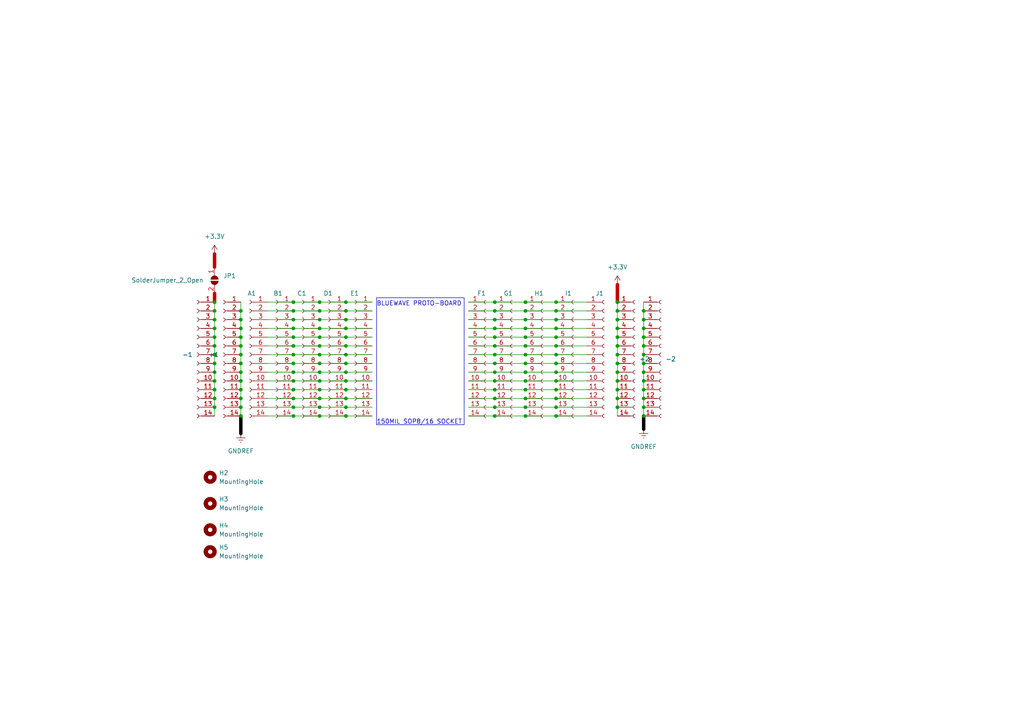
<source format=kicad_sch>
(kicad_sch (version 20230121) (generator eeschema)

  (uuid caf44846-af13-4c81-b8de-94c7f2a1f1e9)

  (paper "A4")

  (title_block
    (title "SOP8/16 SOCKET PROTO BOARD")
    (date "2023-10-28")
    (rev "A")
    (company "BITS4BOTS")
    (comment 1 "LARSHA JOHNSON")
  )

  (lib_symbols
    (symbol "Connector:Conn_01x14_Socket" (pin_names (offset 1.016) hide) (in_bom yes) (on_board yes)
      (property "Reference" "J" (at 0 17.78 0)
        (effects (font (size 1.27 1.27)))
      )
      (property "Value" "Conn_01x14_Socket" (at 0 -20.32 0)
        (effects (font (size 1.27 1.27)))
      )
      (property "Footprint" "" (at 0 0 0)
        (effects (font (size 1.27 1.27)) hide)
      )
      (property "Datasheet" "~" (at 0 0 0)
        (effects (font (size 1.27 1.27)) hide)
      )
      (property "ki_locked" "" (at 0 0 0)
        (effects (font (size 1.27 1.27)))
      )
      (property "ki_keywords" "connector" (at 0 0 0)
        (effects (font (size 1.27 1.27)) hide)
      )
      (property "ki_description" "Generic connector, single row, 01x14, script generated" (at 0 0 0)
        (effects (font (size 1.27 1.27)) hide)
      )
      (property "ki_fp_filters" "Connector*:*_1x??_*" (at 0 0 0)
        (effects (font (size 1.27 1.27)) hide)
      )
      (symbol "Conn_01x14_Socket_1_1"
        (arc (start 0 -17.272) (mid -0.5058 -17.78) (end 0 -18.288)
          (stroke (width 0.1524) (type default))
          (fill (type none))
        )
        (arc (start 0 -14.732) (mid -0.5058 -15.24) (end 0 -15.748)
          (stroke (width 0.1524) (type default))
          (fill (type none))
        )
        (arc (start 0 -12.192) (mid -0.5058 -12.7) (end 0 -13.208)
          (stroke (width 0.1524) (type default))
          (fill (type none))
        )
        (arc (start 0 -9.652) (mid -0.5058 -10.16) (end 0 -10.668)
          (stroke (width 0.1524) (type default))
          (fill (type none))
        )
        (arc (start 0 -7.112) (mid -0.5058 -7.62) (end 0 -8.128)
          (stroke (width 0.1524) (type default))
          (fill (type none))
        )
        (arc (start 0 -4.572) (mid -0.5058 -5.08) (end 0 -5.588)
          (stroke (width 0.1524) (type default))
          (fill (type none))
        )
        (arc (start 0 -2.032) (mid -0.5058 -2.54) (end 0 -3.048)
          (stroke (width 0.1524) (type default))
          (fill (type none))
        )
        (polyline
          (pts
            (xy -1.27 -17.78)
            (xy -0.508 -17.78)
          )
          (stroke (width 0.1524) (type default))
          (fill (type none))
        )
        (polyline
          (pts
            (xy -1.27 -15.24)
            (xy -0.508 -15.24)
          )
          (stroke (width 0.1524) (type default))
          (fill (type none))
        )
        (polyline
          (pts
            (xy -1.27 -12.7)
            (xy -0.508 -12.7)
          )
          (stroke (width 0.1524) (type default))
          (fill (type none))
        )
        (polyline
          (pts
            (xy -1.27 -10.16)
            (xy -0.508 -10.16)
          )
          (stroke (width 0.1524) (type default))
          (fill (type none))
        )
        (polyline
          (pts
            (xy -1.27 -7.62)
            (xy -0.508 -7.62)
          )
          (stroke (width 0.1524) (type default))
          (fill (type none))
        )
        (polyline
          (pts
            (xy -1.27 -5.08)
            (xy -0.508 -5.08)
          )
          (stroke (width 0.1524) (type default))
          (fill (type none))
        )
        (polyline
          (pts
            (xy -1.27 -2.54)
            (xy -0.508 -2.54)
          )
          (stroke (width 0.1524) (type default))
          (fill (type none))
        )
        (polyline
          (pts
            (xy -1.27 0)
            (xy -0.508 0)
          )
          (stroke (width 0.1524) (type default))
          (fill (type none))
        )
        (polyline
          (pts
            (xy -1.27 2.54)
            (xy -0.508 2.54)
          )
          (stroke (width 0.1524) (type default))
          (fill (type none))
        )
        (polyline
          (pts
            (xy -1.27 5.08)
            (xy -0.508 5.08)
          )
          (stroke (width 0.1524) (type default))
          (fill (type none))
        )
        (polyline
          (pts
            (xy -1.27 7.62)
            (xy -0.508 7.62)
          )
          (stroke (width 0.1524) (type default))
          (fill (type none))
        )
        (polyline
          (pts
            (xy -1.27 10.16)
            (xy -0.508 10.16)
          )
          (stroke (width 0.1524) (type default))
          (fill (type none))
        )
        (polyline
          (pts
            (xy -1.27 12.7)
            (xy -0.508 12.7)
          )
          (stroke (width 0.1524) (type default))
          (fill (type none))
        )
        (polyline
          (pts
            (xy -1.27 15.24)
            (xy -0.508 15.24)
          )
          (stroke (width 0.1524) (type default))
          (fill (type none))
        )
        (arc (start 0 0.508) (mid -0.5058 0) (end 0 -0.508)
          (stroke (width 0.1524) (type default))
          (fill (type none))
        )
        (arc (start 0 3.048) (mid -0.5058 2.54) (end 0 2.032)
          (stroke (width 0.1524) (type default))
          (fill (type none))
        )
        (arc (start 0 5.588) (mid -0.5058 5.08) (end 0 4.572)
          (stroke (width 0.1524) (type default))
          (fill (type none))
        )
        (arc (start 0 8.128) (mid -0.5058 7.62) (end 0 7.112)
          (stroke (width 0.1524) (type default))
          (fill (type none))
        )
        (arc (start 0 10.668) (mid -0.5058 10.16) (end 0 9.652)
          (stroke (width 0.1524) (type default))
          (fill (type none))
        )
        (arc (start 0 13.208) (mid -0.5058 12.7) (end 0 12.192)
          (stroke (width 0.1524) (type default))
          (fill (type none))
        )
        (arc (start 0 15.748) (mid -0.5058 15.24) (end 0 14.732)
          (stroke (width 0.1524) (type default))
          (fill (type none))
        )
        (pin passive line (at -5.08 15.24 0) (length 3.81)
          (name "Pin_1" (effects (font (size 1.27 1.27))))
          (number "1" (effects (font (size 1.27 1.27))))
        )
        (pin passive line (at -5.08 -7.62 0) (length 3.81)
          (name "Pin_10" (effects (font (size 1.27 1.27))))
          (number "10" (effects (font (size 1.27 1.27))))
        )
        (pin passive line (at -5.08 -10.16 0) (length 3.81)
          (name "Pin_11" (effects (font (size 1.27 1.27))))
          (number "11" (effects (font (size 1.27 1.27))))
        )
        (pin passive line (at -5.08 -12.7 0) (length 3.81)
          (name "Pin_12" (effects (font (size 1.27 1.27))))
          (number "12" (effects (font (size 1.27 1.27))))
        )
        (pin passive line (at -5.08 -15.24 0) (length 3.81)
          (name "Pin_13" (effects (font (size 1.27 1.27))))
          (number "13" (effects (font (size 1.27 1.27))))
        )
        (pin passive line (at -5.08 -17.78 0) (length 3.81)
          (name "Pin_14" (effects (font (size 1.27 1.27))))
          (number "14" (effects (font (size 1.27 1.27))))
        )
        (pin passive line (at -5.08 12.7 0) (length 3.81)
          (name "Pin_2" (effects (font (size 1.27 1.27))))
          (number "2" (effects (font (size 1.27 1.27))))
        )
        (pin passive line (at -5.08 10.16 0) (length 3.81)
          (name "Pin_3" (effects (font (size 1.27 1.27))))
          (number "3" (effects (font (size 1.27 1.27))))
        )
        (pin passive line (at -5.08 7.62 0) (length 3.81)
          (name "Pin_4" (effects (font (size 1.27 1.27))))
          (number "4" (effects (font (size 1.27 1.27))))
        )
        (pin passive line (at -5.08 5.08 0) (length 3.81)
          (name "Pin_5" (effects (font (size 1.27 1.27))))
          (number "5" (effects (font (size 1.27 1.27))))
        )
        (pin passive line (at -5.08 2.54 0) (length 3.81)
          (name "Pin_6" (effects (font (size 1.27 1.27))))
          (number "6" (effects (font (size 1.27 1.27))))
        )
        (pin passive line (at -5.08 0 0) (length 3.81)
          (name "Pin_7" (effects (font (size 1.27 1.27))))
          (number "7" (effects (font (size 1.27 1.27))))
        )
        (pin passive line (at -5.08 -2.54 0) (length 3.81)
          (name "Pin_8" (effects (font (size 1.27 1.27))))
          (number "8" (effects (font (size 1.27 1.27))))
        )
        (pin passive line (at -5.08 -5.08 0) (length 3.81)
          (name "Pin_9" (effects (font (size 1.27 1.27))))
          (number "9" (effects (font (size 1.27 1.27))))
        )
      )
    )
    (symbol "Jumper:SolderJumper_2_Open" (pin_names (offset 0) hide) (in_bom yes) (on_board yes)
      (property "Reference" "JP" (at 0 2.032 0)
        (effects (font (size 1.27 1.27)))
      )
      (property "Value" "SolderJumper_2_Open" (at 0 -2.54 0)
        (effects (font (size 1.27 1.27)))
      )
      (property "Footprint" "" (at 0 0 0)
        (effects (font (size 1.27 1.27)) hide)
      )
      (property "Datasheet" "~" (at 0 0 0)
        (effects (font (size 1.27 1.27)) hide)
      )
      (property "ki_keywords" "solder jumper SPST" (at 0 0 0)
        (effects (font (size 1.27 1.27)) hide)
      )
      (property "ki_description" "Solder Jumper, 2-pole, open" (at 0 0 0)
        (effects (font (size 1.27 1.27)) hide)
      )
      (property "ki_fp_filters" "SolderJumper*Open*" (at 0 0 0)
        (effects (font (size 1.27 1.27)) hide)
      )
      (symbol "SolderJumper_2_Open_0_1"
        (arc (start -0.254 1.016) (mid -1.2656 0) (end -0.254 -1.016)
          (stroke (width 0) (type default))
          (fill (type none))
        )
        (arc (start -0.254 1.016) (mid -1.2656 0) (end -0.254 -1.016)
          (stroke (width 0) (type default))
          (fill (type outline))
        )
        (polyline
          (pts
            (xy -0.254 1.016)
            (xy -0.254 -1.016)
          )
          (stroke (width 0) (type default))
          (fill (type none))
        )
        (polyline
          (pts
            (xy 0.254 1.016)
            (xy 0.254 -1.016)
          )
          (stroke (width 0) (type default))
          (fill (type none))
        )
        (arc (start 0.254 -1.016) (mid 1.2656 0) (end 0.254 1.016)
          (stroke (width 0) (type default))
          (fill (type none))
        )
        (arc (start 0.254 -1.016) (mid 1.2656 0) (end 0.254 1.016)
          (stroke (width 0) (type default))
          (fill (type outline))
        )
      )
      (symbol "SolderJumper_2_Open_1_1"
        (pin passive line (at -3.81 0 0) (length 2.54)
          (name "A" (effects (font (size 1.27 1.27))))
          (number "1" (effects (font (size 1.27 1.27))))
        )
        (pin passive line (at 3.81 0 180) (length 2.54)
          (name "B" (effects (font (size 1.27 1.27))))
          (number "2" (effects (font (size 1.27 1.27))))
        )
      )
    )
    (symbol "Mechanical:MountingHole" (pin_names (offset 1.016)) (in_bom yes) (on_board yes)
      (property "Reference" "H" (at 0 5.08 0)
        (effects (font (size 1.27 1.27)))
      )
      (property "Value" "MountingHole" (at 0 3.175 0)
        (effects (font (size 1.27 1.27)))
      )
      (property "Footprint" "" (at 0 0 0)
        (effects (font (size 1.27 1.27)) hide)
      )
      (property "Datasheet" "~" (at 0 0 0)
        (effects (font (size 1.27 1.27)) hide)
      )
      (property "ki_keywords" "mounting hole" (at 0 0 0)
        (effects (font (size 1.27 1.27)) hide)
      )
      (property "ki_description" "Mounting Hole without connection" (at 0 0 0)
        (effects (font (size 1.27 1.27)) hide)
      )
      (property "ki_fp_filters" "MountingHole*" (at 0 0 0)
        (effects (font (size 1.27 1.27)) hide)
      )
      (symbol "MountingHole_0_1"
        (circle (center 0 0) (radius 1.27)
          (stroke (width 1.27) (type default))
          (fill (type none))
        )
      )
    )
    (symbol "power:+3.3V" (power) (pin_names (offset 0)) (in_bom yes) (on_board yes)
      (property "Reference" "#PWR" (at 0 -3.81 0)
        (effects (font (size 1.27 1.27)) hide)
      )
      (property "Value" "+3.3V" (at 0 3.556 0)
        (effects (font (size 1.27 1.27)))
      )
      (property "Footprint" "" (at 0 0 0)
        (effects (font (size 1.27 1.27)) hide)
      )
      (property "Datasheet" "" (at 0 0 0)
        (effects (font (size 1.27 1.27)) hide)
      )
      (property "ki_keywords" "global power" (at 0 0 0)
        (effects (font (size 1.27 1.27)) hide)
      )
      (property "ki_description" "Power symbol creates a global label with name \"+3.3V\"" (at 0 0 0)
        (effects (font (size 1.27 1.27)) hide)
      )
      (symbol "+3.3V_0_1"
        (polyline
          (pts
            (xy -0.762 1.27)
            (xy 0 2.54)
          )
          (stroke (width 0) (type default))
          (fill (type none))
        )
        (polyline
          (pts
            (xy 0 0)
            (xy 0 2.54)
          )
          (stroke (width 0) (type default))
          (fill (type none))
        )
        (polyline
          (pts
            (xy 0 2.54)
            (xy 0.762 1.27)
          )
          (stroke (width 0) (type default))
          (fill (type none))
        )
      )
      (symbol "+3.3V_1_1"
        (pin power_in line (at 0 0 90) (length 0) hide
          (name "+3.3V" (effects (font (size 1.27 1.27))))
          (number "1" (effects (font (size 1.27 1.27))))
        )
      )
    )
    (symbol "power:GNDREF" (power) (pin_names (offset 0)) (in_bom yes) (on_board yes)
      (property "Reference" "#PWR" (at 0 -6.35 0)
        (effects (font (size 1.27 1.27)) hide)
      )
      (property "Value" "GNDREF" (at 0 -3.81 0)
        (effects (font (size 1.27 1.27)))
      )
      (property "Footprint" "" (at 0 0 0)
        (effects (font (size 1.27 1.27)) hide)
      )
      (property "Datasheet" "" (at 0 0 0)
        (effects (font (size 1.27 1.27)) hide)
      )
      (property "ki_keywords" "global power" (at 0 0 0)
        (effects (font (size 1.27 1.27)) hide)
      )
      (property "ki_description" "Power symbol creates a global label with name \"GNDREF\" , reference supply ground" (at 0 0 0)
        (effects (font (size 1.27 1.27)) hide)
      )
      (symbol "GNDREF_0_1"
        (polyline
          (pts
            (xy -0.635 -1.905)
            (xy 0.635 -1.905)
          )
          (stroke (width 0) (type default))
          (fill (type none))
        )
        (polyline
          (pts
            (xy -0.127 -2.54)
            (xy 0.127 -2.54)
          )
          (stroke (width 0) (type default))
          (fill (type none))
        )
        (polyline
          (pts
            (xy 0 -1.27)
            (xy 0 0)
          )
          (stroke (width 0) (type default))
          (fill (type none))
        )
        (polyline
          (pts
            (xy 1.27 -1.27)
            (xy -1.27 -1.27)
          )
          (stroke (width 0) (type default))
          (fill (type none))
        )
      )
      (symbol "GNDREF_1_1"
        (pin power_in line (at 0 0 270) (length 0) hide
          (name "GNDREF" (effects (font (size 1.27 1.27))))
          (number "1" (effects (font (size 1.27 1.27))))
        )
      )
    )
  )

  (junction (at 143.51 113.03) (diameter 0) (color 0 0 0 0)
    (uuid 00d4cdbc-c8b3-41a1-82ec-81ed09c0727e)
  )
  (junction (at 92.71 102.87) (diameter 0) (color 0 0 0 0)
    (uuid 029fecf8-8e78-43d1-afa4-a609352f1057)
  )
  (junction (at 152.4 87.63) (diameter 0) (color 0 0 0 0)
    (uuid 05e242f6-3020-4ca1-b006-ca85a7a48424)
  )
  (junction (at 62.23 100.33) (diameter 0) (color 0 0 0 0)
    (uuid 066df007-ea2a-49f0-ad84-324e01641c70)
  )
  (junction (at 92.71 87.63) (diameter 0) (color 0 0 0 0)
    (uuid 08d54b2b-da53-419f-978d-eaf6e5ed1370)
  )
  (junction (at 143.51 90.17) (diameter 0) (color 0 0 0 0)
    (uuid 0997428b-1620-464a-85f6-e055f5f750f3)
  )
  (junction (at 69.85 115.57) (diameter 0) (color 0 0 0 0)
    (uuid 0b445fb8-6a4c-4739-a3c8-daaf3979eac1)
  )
  (junction (at 100.33 105.41) (diameter 0) (color 0 0 0 0)
    (uuid 0ba356b1-d2da-47c4-9a0e-b04cef05855b)
  )
  (junction (at 62.23 105.41) (diameter 0) (color 0 0 0 0)
    (uuid 0e573414-71ba-49b4-9f19-487836dd237b)
  )
  (junction (at 62.23 92.71) (diameter 0) (color 0 0 0 0)
    (uuid 10997d85-e037-4c51-8836-7173fe53bc32)
  )
  (junction (at 143.51 107.95) (diameter 0) (color 0 0 0 0)
    (uuid 119452df-08f6-4b7c-9422-0825687c6ead)
  )
  (junction (at 143.51 100.33) (diameter 0) (color 0 0 0 0)
    (uuid 12dc5b82-aa52-4b5b-b143-fbdf8139960c)
  )
  (junction (at 85.09 100.33) (diameter 0) (color 0 0 0 0)
    (uuid 164cb643-6a15-4f80-80c0-eba78da359c7)
  )
  (junction (at 69.85 110.49) (diameter 0) (color 0 0 0 0)
    (uuid 17432d76-1b9a-4554-a8cc-c502050ccbca)
  )
  (junction (at 92.71 92.71) (diameter 0) (color 0 0 0 0)
    (uuid 1911a718-795b-43dd-8627-538d889a70df)
  )
  (junction (at 62.23 97.79) (diameter 0) (color 0 0 0 0)
    (uuid 1a2a01c3-7319-46fe-9d6c-60e3688b0821)
  )
  (junction (at 85.09 120.65) (diameter 0) (color 0 0 0 0)
    (uuid 1c89c9d3-55a1-48c3-9717-20b61bb8809b)
  )
  (junction (at 69.85 100.33) (diameter 0) (color 0 0 0 0)
    (uuid 1cbee16e-7226-4e12-9c45-e6b1f8391acf)
  )
  (junction (at 143.51 102.87) (diameter 0) (color 0 0 0 0)
    (uuid 2173a628-bf3c-4be9-ac3e-30eb5d812979)
  )
  (junction (at 69.85 105.41) (diameter 0) (color 0 0 0 0)
    (uuid 21ccacb4-0c26-4d42-8fc2-b5a517831cae)
  )
  (junction (at 161.29 92.71) (diameter 0) (color 0 0 0 0)
    (uuid 21d01c95-0820-402c-ba35-09143d55bfd1)
  )
  (junction (at 62.23 90.17) (diameter 0) (color 0 0 0 0)
    (uuid 246f59fd-ce04-42b7-995c-3a176f587c52)
  )
  (junction (at 186.69 110.49) (diameter 0) (color 0 0 0 0)
    (uuid 250335d0-1ae5-483b-a4b0-1ff3a3948836)
  )
  (junction (at 152.4 90.17) (diameter 0) (color 0 0 0 0)
    (uuid 2a26180d-9567-4f51-a8b2-11955b555e79)
  )
  (junction (at 92.71 113.03) (diameter 0) (color 0 0 0 0)
    (uuid 2d957504-b551-4fe1-ac15-844fc01e7fe1)
  )
  (junction (at 143.51 110.49) (diameter 0) (color 0 0 0 0)
    (uuid 33751e0c-0a92-42e8-b1da-63017cb726cb)
  )
  (junction (at 179.07 95.25) (diameter 0) (color 0 0 0 0)
    (uuid 3531a489-cb25-4a06-918b-6e65722fbb2e)
  )
  (junction (at 179.07 115.57) (diameter 0) (color 0 0 0 0)
    (uuid 38867265-7690-4922-a69c-77247e930aad)
  )
  (junction (at 100.33 113.03) (diameter 0) (color 0 0 0 0)
    (uuid 3c6b016e-3aed-40d3-903b-988b003a5393)
  )
  (junction (at 179.07 107.95) (diameter 0) (color 0 0 0 0)
    (uuid 3d88df66-cfb6-4854-b9ae-3a463f3e74be)
  )
  (junction (at 100.33 120.65) (diameter 0) (color 0 0 0 0)
    (uuid 3db2afbd-30fb-49b8-81d6-921f77c80ddf)
  )
  (junction (at 179.07 113.03) (diameter 0) (color 0 0 0 0)
    (uuid 41d0f496-0b45-4be7-bc6a-2b135e2aa161)
  )
  (junction (at 100.33 107.95) (diameter 0) (color 0 0 0 0)
    (uuid 428d4548-08f5-4d8c-9dee-c1295f536702)
  )
  (junction (at 161.29 102.87) (diameter 0) (color 0 0 0 0)
    (uuid 4705dca2-6957-4277-80df-4c8dacfd2cde)
  )
  (junction (at 69.85 118.11) (diameter 0) (color 0 0 0 0)
    (uuid 47352d92-e5e2-4643-b3b2-1765a27571d1)
  )
  (junction (at 161.29 105.41) (diameter 0) (color 0 0 0 0)
    (uuid 4d4865e5-7d80-48bd-844d-252dd4271151)
  )
  (junction (at 85.09 97.79) (diameter 0) (color 0 0 0 0)
    (uuid 4e8b6bde-7faa-4d46-80cb-70e255dcbf83)
  )
  (junction (at 69.85 97.79) (diameter 0) (color 0 0 0 0)
    (uuid 5016d023-07e5-4d34-b68b-a5a693bc1e24)
  )
  (junction (at 186.69 105.41) (diameter 0) (color 0 0 0 0)
    (uuid 5896a638-4793-43de-9f09-3cc95dafb874)
  )
  (junction (at 179.07 102.87) (diameter 0) (color 0 0 0 0)
    (uuid 5c451711-8872-4c3b-8ea9-ae84fca85b82)
  )
  (junction (at 152.4 102.87) (diameter 0) (color 0 0 0 0)
    (uuid 5c5e169d-c09f-4ff8-80eb-1adeeedea338)
  )
  (junction (at 92.71 107.95) (diameter 0) (color 0 0 0 0)
    (uuid 60054abd-d58d-485b-8bb6-da6d95d1f04d)
  )
  (junction (at 69.85 95.25) (diameter 0) (color 0 0 0 0)
    (uuid 60756014-019a-4a63-8f3c-ce49f120ec82)
  )
  (junction (at 152.4 100.33) (diameter 0) (color 0 0 0 0)
    (uuid 64cd4060-d049-4d6d-8207-057033f236a9)
  )
  (junction (at 62.23 110.49) (diameter 0) (color 0 0 0 0)
    (uuid 66cdabc5-d3cd-4ba6-8eb7-cc24d930415e)
  )
  (junction (at 92.71 100.33) (diameter 0) (color 0 0 0 0)
    (uuid 6708c1e4-fbaf-4d12-9f68-f10f1b5a5423)
  )
  (junction (at 186.69 113.03) (diameter 0) (color 0 0 0 0)
    (uuid 68d7f548-d608-40a0-bd75-0e0879c22446)
  )
  (junction (at 85.09 107.95) (diameter 0) (color 0 0 0 0)
    (uuid 68ebd537-32e4-4212-8270-49167846d7e6)
  )
  (junction (at 152.4 110.49) (diameter 0) (color 0 0 0 0)
    (uuid 696ea34a-2d0e-4526-9aa7-23e23ea93950)
  )
  (junction (at 85.09 110.49) (diameter 0) (color 0 0 0 0)
    (uuid 697fdca2-4683-46d5-8d05-f09509babd0a)
  )
  (junction (at 92.71 95.25) (diameter 0) (color 0 0 0 0)
    (uuid 6a9d276b-7d76-4ee6-b2e4-92870d307d28)
  )
  (junction (at 161.29 113.03) (diameter 0) (color 0 0 0 0)
    (uuid 6dac0a1d-d654-4092-a654-a85623efd0e9)
  )
  (junction (at 62.23 115.57) (diameter 0) (color 0 0 0 0)
    (uuid 6e388092-70a6-419d-8944-e53998a6d071)
  )
  (junction (at 161.29 100.33) (diameter 0) (color 0 0 0 0)
    (uuid 6f9952ff-bbe0-4e40-87ad-60772dadfcfe)
  )
  (junction (at 186.69 115.57) (diameter 0) (color 0 0 0 0)
    (uuid 71198e76-ec5b-4ef4-abcf-81028819dc80)
  )
  (junction (at 100.33 97.79) (diameter 0) (color 0 0 0 0)
    (uuid 75b9a200-f280-45d0-a8e6-8ee93d4a79ce)
  )
  (junction (at 69.85 107.95) (diameter 0) (color 0 0 0 0)
    (uuid 76e3857f-484e-4a68-b808-61a6b510d1bd)
  )
  (junction (at 85.09 115.57) (diameter 0) (color 0 0 0 0)
    (uuid 7729c19f-c631-4daf-b715-c0049b126175)
  )
  (junction (at 69.85 92.71) (diameter 0) (color 0 0 0 0)
    (uuid 7938be37-e53b-4f29-bb16-7d8d32926584)
  )
  (junction (at 62.23 87.63) (diameter 0) (color 0 0 0 0)
    (uuid 799d29bc-5e69-487d-9b68-5098e50aa109)
  )
  (junction (at 186.69 95.25) (diameter 0) (color 0 0 0 0)
    (uuid 79b802f4-64f5-4422-bfbe-7a9c14158dba)
  )
  (junction (at 143.51 97.79) (diameter 0) (color 0 0 0 0)
    (uuid 7ab34ff4-2ff8-4303-83ad-7a899fdd78fd)
  )
  (junction (at 100.33 90.17) (diameter 0) (color 0 0 0 0)
    (uuid 7c12f3cf-a957-4a96-ab8f-f6031753fa8b)
  )
  (junction (at 152.4 97.79) (diameter 0) (color 0 0 0 0)
    (uuid 821d8b79-55ed-4ae8-89ae-4e5eaf4c2349)
  )
  (junction (at 186.69 118.11) (diameter 0) (color 0 0 0 0)
    (uuid 82ffcc85-fd47-4d1d-ae51-69d3efa0e928)
  )
  (junction (at 161.29 115.57) (diameter 0) (color 0 0 0 0)
    (uuid 8468f3e0-1958-4570-a438-129515399596)
  )
  (junction (at 69.85 102.87) (diameter 0) (color 0 0 0 0)
    (uuid 84a3af63-bc02-486e-bd4e-e8be564c1d23)
  )
  (junction (at 161.29 118.11) (diameter 0) (color 0 0 0 0)
    (uuid 8694aae9-df64-4a85-b340-afa8a147ebfc)
  )
  (junction (at 143.51 120.65) (diameter 0) (color 0 0 0 0)
    (uuid 88c7d1e6-c7c9-4cd9-9fa3-f3f687c52efe)
  )
  (junction (at 186.69 102.87) (diameter 0) (color 0 0 0 0)
    (uuid 8a8f95fb-0f14-41ad-9c8e-0e4620024c19)
  )
  (junction (at 161.29 107.95) (diameter 0) (color 0 0 0 0)
    (uuid 8c5c65eb-83ea-4bf2-a097-41e2e2c12735)
  )
  (junction (at 152.4 113.03) (diameter 0) (color 0 0 0 0)
    (uuid 8ffdb1ee-7139-454f-acd0-3ee928a471d9)
  )
  (junction (at 186.69 107.95) (diameter 0) (color 0 0 0 0)
    (uuid 912d65f4-4261-400a-bf52-64e17248c14f)
  )
  (junction (at 92.71 120.65) (diameter 0) (color 0 0 0 0)
    (uuid 915ad6b5-201f-4ad9-9a56-1b3203367b9c)
  )
  (junction (at 179.07 110.49) (diameter 0) (color 0 0 0 0)
    (uuid 93b317a6-15a1-4fd7-8421-33f8988228ff)
  )
  (junction (at 100.33 100.33) (diameter 0) (color 0 0 0 0)
    (uuid 94528204-b014-4906-a843-2070242b74c8)
  )
  (junction (at 186.69 100.33) (diameter 0) (color 0 0 0 0)
    (uuid 9ba5a311-1ff8-4cc3-adfd-0c278143d58e)
  )
  (junction (at 69.85 120.65) (diameter 0) (color 0 0 0 0)
    (uuid 9c11a5aa-2c5b-49c2-958f-d822a15c30c5)
  )
  (junction (at 152.4 105.41) (diameter 0) (color 0 0 0 0)
    (uuid 9c6588cf-212d-43d3-b3b0-e19b2d6e3e7e)
  )
  (junction (at 179.07 90.17) (diameter 0) (color 0 0 0 0)
    (uuid 9d696859-6c06-4d65-a9a0-fb99a44e253c)
  )
  (junction (at 100.33 92.71) (diameter 0) (color 0 0 0 0)
    (uuid a2dc8d3c-7cf6-4804-8f82-59138b57a992)
  )
  (junction (at 100.33 110.49) (diameter 0) (color 0 0 0 0)
    (uuid a2e1035d-6188-409f-ac62-1dc701e79f3a)
  )
  (junction (at 92.71 105.41) (diameter 0) (color 0 0 0 0)
    (uuid a3350953-b5d3-42ba-9b77-2d3679c77bcc)
  )
  (junction (at 161.29 110.49) (diameter 0) (color 0 0 0 0)
    (uuid a4476fc2-3c72-4921-91bf-278d2e1fae7e)
  )
  (junction (at 152.4 118.11) (diameter 0) (color 0 0 0 0)
    (uuid a5ec2afb-f63f-49fc-b938-27fab9a37186)
  )
  (junction (at 161.29 95.25) (diameter 0) (color 0 0 0 0)
    (uuid a693f951-f743-4c85-8d7c-d77fa9720377)
  )
  (junction (at 85.09 118.11) (diameter 0) (color 0 0 0 0)
    (uuid a6994f21-9c3e-4f25-b37c-e53821e9394f)
  )
  (junction (at 100.33 115.57) (diameter 0) (color 0 0 0 0)
    (uuid aac56bc6-9ab8-426c-a130-f4c88cfbb68e)
  )
  (junction (at 143.51 95.25) (diameter 0) (color 0 0 0 0)
    (uuid aadb7447-d1b4-44c2-b25d-73a34cb47fd8)
  )
  (junction (at 152.4 95.25) (diameter 0) (color 0 0 0 0)
    (uuid ad1b3de8-d2ec-47de-b9ad-965c1a6faf15)
  )
  (junction (at 92.71 97.79) (diameter 0) (color 0 0 0 0)
    (uuid ae3e702d-826f-4596-ae71-7856023e9808)
  )
  (junction (at 85.09 90.17) (diameter 0) (color 0 0 0 0)
    (uuid b145903c-2d83-419a-ac54-4031dbd87d49)
  )
  (junction (at 161.29 97.79) (diameter 0) (color 0 0 0 0)
    (uuid b1eca706-d2c6-4c65-b13b-c78e1c79eeb4)
  )
  (junction (at 92.71 115.57) (diameter 0) (color 0 0 0 0)
    (uuid b3cd8deb-bbb1-40b1-8b2f-063daa2a07b8)
  )
  (junction (at 92.71 110.49) (diameter 0) (color 0 0 0 0)
    (uuid b60b2e9c-cb4c-4a00-929c-27106bf70a67)
  )
  (junction (at 152.4 115.57) (diameter 0) (color 0 0 0 0)
    (uuid b60f8def-e41a-4756-85e5-3a4b5a19660d)
  )
  (junction (at 161.29 120.65) (diameter 0) (color 0 0 0 0)
    (uuid b6625f98-2097-4b43-83b0-927b19d24308)
  )
  (junction (at 62.23 113.03) (diameter 0) (color 0 0 0 0)
    (uuid b694ad21-1d4f-4414-88a9-57a296b48e92)
  )
  (junction (at 152.4 92.71) (diameter 0) (color 0 0 0 0)
    (uuid b7e9eb65-e02b-400c-94c6-99928d6a45bb)
  )
  (junction (at 186.69 92.71) (diameter 0) (color 0 0 0 0)
    (uuid b801114c-a6b5-463a-81c0-1c75c6dd0584)
  )
  (junction (at 69.85 113.03) (diameter 0) (color 0 0 0 0)
    (uuid b99ab4fe-b934-484d-b18d-7be796f553e1)
  )
  (junction (at 92.71 118.11) (diameter 0) (color 0 0 0 0)
    (uuid c4936c27-c23f-4429-b8fe-d1cb48cbec97)
  )
  (junction (at 161.29 90.17) (diameter 0) (color 0 0 0 0)
    (uuid c4c2f1dc-4a3f-42db-bfcd-349fd2917778)
  )
  (junction (at 143.51 115.57) (diameter 0) (color 0 0 0 0)
    (uuid c5d9dfd9-5b4a-4fe7-90d4-d329d4af0369)
  )
  (junction (at 179.07 92.71) (diameter 0) (color 0 0 0 0)
    (uuid c75648ad-2aa1-474b-9f0e-517c94e8dae2)
  )
  (junction (at 152.4 107.95) (diameter 0) (color 0 0 0 0)
    (uuid c88658ad-d614-4861-b7e1-9f412bb26395)
  )
  (junction (at 100.33 102.87) (diameter 0) (color 0 0 0 0)
    (uuid c9a4f713-8756-48ca-8ad1-7daca5f5db66)
  )
  (junction (at 100.33 95.25) (diameter 0) (color 0 0 0 0)
    (uuid ca64d606-37ae-4adf-bd24-bcbb985aac6f)
  )
  (junction (at 85.09 102.87) (diameter 0) (color 0 0 0 0)
    (uuid ca89de4b-4945-46c1-8080-d5edd64101a0)
  )
  (junction (at 186.69 120.65) (diameter 0) (color 0 0 0 0)
    (uuid ca9f5763-91cc-4e1f-8484-a760a933dafc)
  )
  (junction (at 143.51 105.41) (diameter 0) (color 0 0 0 0)
    (uuid cb0d6758-19ba-482a-b66f-8032382211d7)
  )
  (junction (at 186.69 90.17) (diameter 0) (color 0 0 0 0)
    (uuid cb23dc47-d6c9-4bcb-8882-d84813229ead)
  )
  (junction (at 85.09 87.63) (diameter 0) (color 0 0 0 0)
    (uuid d0ac6764-46f9-4f6c-b6ce-fe2775a4d93c)
  )
  (junction (at 143.51 92.71) (diameter 0) (color 0 0 0 0)
    (uuid d3bed57b-a7b4-4605-811a-f34d1d2425f7)
  )
  (junction (at 179.07 105.41) (diameter 0) (color 0 0 0 0)
    (uuid d44d075e-d443-4d01-8060-c715d5fc0c3f)
  )
  (junction (at 100.33 87.63) (diameter 0) (color 0 0 0 0)
    (uuid d44d3d3a-6934-4b82-a501-728b27c1a7ed)
  )
  (junction (at 85.09 92.71) (diameter 0) (color 0 0 0 0)
    (uuid d57a62ea-c8df-4f97-a086-8ef25603dcd0)
  )
  (junction (at 85.09 95.25) (diameter 0) (color 0 0 0 0)
    (uuid d6458a98-b814-4524-8943-784171651858)
  )
  (junction (at 152.4 120.65) (diameter 0) (color 0 0 0 0)
    (uuid d9bc59e8-6c31-4255-87e9-9be43650b5b2)
  )
  (junction (at 62.23 118.11) (diameter 0) (color 0 0 0 0)
    (uuid df947d7d-9542-40d4-b98b-a4e1d64b1416)
  )
  (junction (at 62.23 95.25) (diameter 0) (color 0 0 0 0)
    (uuid e0f18c27-ee69-4308-bea1-d6902fa26f69)
  )
  (junction (at 179.07 87.63) (diameter 0) (color 0 0 0 0)
    (uuid e2d3206c-8a34-4803-85ab-bea4e99472f6)
  )
  (junction (at 143.51 87.63) (diameter 0) (color 0 0 0 0)
    (uuid e43c1828-8a76-4149-a777-f33cfbdf3c42)
  )
  (junction (at 85.09 113.03) (diameter 0) (color 0 0 0 0)
    (uuid e45db86e-c533-4947-91dd-dc4ba029495a)
  )
  (junction (at 179.07 97.79) (diameter 0) (color 0 0 0 0)
    (uuid e4c94319-725b-4796-9b46-e19a7754b7f1)
  )
  (junction (at 69.85 90.17) (diameter 0) (color 0 0 0 0)
    (uuid e50421ae-11f0-43f7-b7c1-b1163153ae67)
  )
  (junction (at 186.69 97.79) (diameter 0) (color 0 0 0 0)
    (uuid e51e4c81-9271-460d-aaeb-1d659bef9958)
  )
  (junction (at 92.71 90.17) (diameter 0) (color 0 0 0 0)
    (uuid e5711502-c91f-4f80-ae87-6b440b977b2b)
  )
  (junction (at 85.09 105.41) (diameter 0) (color 0 0 0 0)
    (uuid e756b2b4-bf6b-4ae6-a09c-c6ca30155b9b)
  )
  (junction (at 100.33 118.11) (diameter 0) (color 0 0 0 0)
    (uuid f0b3c9fa-cb0e-487c-8129-042ccae10b13)
  )
  (junction (at 179.07 118.11) (diameter 0) (color 0 0 0 0)
    (uuid f552c301-68bd-4c86-b2b6-30cd9577a626)
  )
  (junction (at 161.29 87.63) (diameter 0) (color 0 0 0 0)
    (uuid f6c60d2e-2d89-4728-933e-7b7a0635e57e)
  )
  (junction (at 143.51 118.11) (diameter 0) (color 0 0 0 0)
    (uuid f7a031be-084f-4666-9493-5fe12c20a31e)
  )
  (junction (at 62.23 107.95) (diameter 0) (color 0 0 0 0)
    (uuid f832334b-cbd4-4687-a98a-48bb136d7f42)
  )
  (junction (at 179.07 100.33) (diameter 0) (color 0 0 0 0)
    (uuid ff7854c1-2bb4-4432-909c-ce76fe55eaef)
  )
  (junction (at 62.23 102.87) (diameter 0) (color 0 0 0 0)
    (uuid ffdb8951-3db8-4e30-b850-ee8d1f022233)
  )

  (wire (pts (xy 92.71 95.25) (xy 100.33 95.25))
    (stroke (width 0) (type default))
    (uuid 006e2562-eb0b-46dd-bcaa-5dfce0fd59fa)
  )
  (wire (pts (xy 152.4 87.63) (xy 161.29 87.63))
    (stroke (width 0) (type default))
    (uuid 031847e3-4ad7-4379-92c0-c960c4a894d2)
  )
  (wire (pts (xy 85.09 115.57) (xy 92.71 115.57))
    (stroke (width 0) (type default))
    (uuid 0447c0a0-5077-447f-b88b-4e3d4d24272b)
  )
  (wire (pts (xy 100.33 92.71) (xy 107.95 92.71))
    (stroke (width 0) (type default))
    (uuid 062704b3-5a2b-4fe8-b848-4277fb14073c)
  )
  (wire (pts (xy 186.69 113.03) (xy 186.69 115.57))
    (stroke (width 0) (type default))
    (uuid 075ec2ad-8b80-4d5f-bde2-418ace4b5dad)
  )
  (wire (pts (xy 62.23 73.66) (xy 62.23 77.47))
    (stroke (width 1) (type default) (color 194 0 0 1))
    (uuid 080782a6-0fb0-4e37-88c4-73005eb52cc5)
  )
  (wire (pts (xy 179.07 105.41) (xy 179.07 102.87))
    (stroke (width 0) (type default))
    (uuid 0b4e5bcf-2714-4a61-ab78-c0251f43bde6)
  )
  (wire (pts (xy 69.85 105.41) (xy 69.85 107.95))
    (stroke (width 0) (type default))
    (uuid 0ba65e84-d094-4bca-844d-fe3c090cc4b1)
  )
  (wire (pts (xy 69.85 97.79) (xy 69.85 100.33))
    (stroke (width 0) (type default))
    (uuid 0bedf1be-6d78-4c5f-801f-6852faeb1aa3)
  )
  (wire (pts (xy 152.4 90.17) (xy 161.29 90.17))
    (stroke (width 0) (type default))
    (uuid 0d11971d-77db-4559-975c-33a8a3926d13)
  )
  (wire (pts (xy 143.51 95.25) (xy 152.4 95.25))
    (stroke (width 0) (type default))
    (uuid 0dd7bd68-9ddf-4689-878d-922d1c88a243)
  )
  (wire (pts (xy 77.47 90.17) (xy 85.09 90.17))
    (stroke (width 0) (type default))
    (uuid 0f4b6782-4548-4eb9-8dc4-de73d93dd609)
  )
  (wire (pts (xy 85.09 107.95) (xy 92.71 107.95))
    (stroke (width 0) (type default))
    (uuid 0f926521-fe2f-432a-8fb9-720132096dac)
  )
  (wire (pts (xy 69.85 115.57) (xy 69.85 118.11))
    (stroke (width 0) (type default))
    (uuid 1174d176-0432-45db-ad0d-8e48bdf7b6de)
  )
  (wire (pts (xy 69.85 92.71) (xy 69.85 95.25))
    (stroke (width 0) (type default))
    (uuid 14d2f3cd-dcdd-4071-befc-ad4e0c686df4)
  )
  (wire (pts (xy 161.29 110.49) (xy 170.18 110.49))
    (stroke (width 0) (type default))
    (uuid 16bab323-1500-40ef-b151-c239187a4f67)
  )
  (wire (pts (xy 135.89 105.41) (xy 143.51 105.41))
    (stroke (width 0) (type default))
    (uuid 185cc697-6cc5-4314-b12a-d4d260a4c27a)
  )
  (wire (pts (xy 85.09 87.63) (xy 92.71 87.63))
    (stroke (width 0) (type default))
    (uuid 1afa597e-a0e8-4f99-89ee-3301933d8f0e)
  )
  (wire (pts (xy 179.07 118.11) (xy 179.07 115.57))
    (stroke (width 0) (type default))
    (uuid 1b1cace6-b264-4b53-bb6c-de4465410561)
  )
  (wire (pts (xy 179.07 110.49) (xy 179.07 107.95))
    (stroke (width 0) (type default))
    (uuid 1b228108-49d7-41b8-8f49-8b92c373155c)
  )
  (wire (pts (xy 100.33 95.25) (xy 107.95 95.25))
    (stroke (width 0) (type default))
    (uuid 1b8ece98-b53d-411b-99ed-e8f039b758e4)
  )
  (wire (pts (xy 179.07 90.17) (xy 179.07 87.63))
    (stroke (width 0) (type default))
    (uuid 1c2e0169-e22f-4a8b-9d20-8ce104d0ca74)
  )
  (wire (pts (xy 161.29 95.25) (xy 170.18 95.25))
    (stroke (width 0) (type default))
    (uuid 1f13ec54-49d5-446e-a412-aa5206a29c51)
  )
  (wire (pts (xy 100.33 120.65) (xy 107.95 120.65))
    (stroke (width 0) (type default))
    (uuid 20575944-fafd-41cd-9568-fd67302f7526)
  )
  (wire (pts (xy 186.69 87.63) (xy 186.69 90.17))
    (stroke (width 0) (type default))
    (uuid 207689c5-41a4-45ec-8189-7b6d29f51845)
  )
  (wire (pts (xy 100.33 100.33) (xy 107.95 100.33))
    (stroke (width 0) (type default))
    (uuid 214c26e1-ec55-4902-9016-ac9abb74c9f4)
  )
  (wire (pts (xy 100.33 115.57) (xy 107.95 115.57))
    (stroke (width 0) (type default))
    (uuid 216cf8cb-f1e7-40fe-9120-3f645f0b91b7)
  )
  (wire (pts (xy 92.71 97.79) (xy 100.33 97.79))
    (stroke (width 0) (type default))
    (uuid 21e4cb01-2db6-45bf-a36d-f53d9a4342ca)
  )
  (wire (pts (xy 77.47 102.87) (xy 85.09 102.87))
    (stroke (width 0) (type default))
    (uuid 23138b2a-9bb7-47e4-b4db-2c477d6f5792)
  )
  (wire (pts (xy 62.23 90.17) (xy 62.23 87.63))
    (stroke (width 0) (type default))
    (uuid 2469b703-fec3-497f-adc8-940e98e77917)
  )
  (wire (pts (xy 69.85 113.03) (xy 69.85 115.57))
    (stroke (width 0) (type default))
    (uuid 247322da-64d3-404e-8b3a-16f9fc203884)
  )
  (wire (pts (xy 179.07 87.63) (xy 179.07 82.55))
    (stroke (width 1) (type default) (color 194 0 0 1))
    (uuid 2478841d-3ca1-4054-b131-9b9bc1da719b)
  )
  (wire (pts (xy 77.47 118.11) (xy 85.09 118.11))
    (stroke (width 0) (type default))
    (uuid 247e1f20-50f8-4f46-a86e-daea3f3fe65e)
  )
  (wire (pts (xy 85.09 90.17) (xy 92.71 90.17))
    (stroke (width 0) (type default))
    (uuid 24b8052f-0eeb-4e03-b476-5d6729fd1147)
  )
  (wire (pts (xy 69.85 87.63) (xy 69.85 90.17))
    (stroke (width 0) (type default))
    (uuid 24f0cd25-b696-4d63-942d-5646c4f87bb8)
  )
  (wire (pts (xy 69.85 95.25) (xy 69.85 97.79))
    (stroke (width 0) (type default))
    (uuid 250aa9a3-57d9-4c79-a5a6-8e03e3898ee5)
  )
  (wire (pts (xy 92.71 107.95) (xy 100.33 107.95))
    (stroke (width 0) (type default))
    (uuid 27bea60b-949d-4f14-9c7f-e4a2fa088b73)
  )
  (wire (pts (xy 100.33 90.17) (xy 107.95 90.17))
    (stroke (width 0) (type default))
    (uuid 28f4394d-b3b7-4189-8f87-a1ac824f9554)
  )
  (wire (pts (xy 77.47 113.03) (xy 85.09 113.03))
    (stroke (width 0) (type default))
    (uuid 2a0c4e0d-6528-4971-8bf0-fc7f9dd8294e)
  )
  (wire (pts (xy 186.69 115.57) (xy 186.69 118.11))
    (stroke (width 0) (type default))
    (uuid 2a172c60-f7a2-4ff2-b37b-5a8a9e3185eb)
  )
  (wire (pts (xy 77.47 105.41) (xy 85.09 105.41))
    (stroke (width 0) (type default))
    (uuid 2ab3f5e3-a5c5-4b8a-a0f1-67725e32f371)
  )
  (wire (pts (xy 62.23 100.33) (xy 62.23 97.79))
    (stroke (width 0) (type default))
    (uuid 2cf4f03d-7196-4226-abd5-1eedd6a692c8)
  )
  (wire (pts (xy 161.29 97.79) (xy 170.18 97.79))
    (stroke (width 0) (type default))
    (uuid 31fd633e-5af6-445b-aa03-a20901d8a944)
  )
  (wire (pts (xy 85.09 113.03) (xy 92.71 113.03))
    (stroke (width 0) (type default))
    (uuid 32347301-9b92-41dd-8224-2bdb4aef3051)
  )
  (wire (pts (xy 100.33 113.03) (xy 107.95 113.03))
    (stroke (width 0) (type default))
    (uuid 338cff78-2731-4227-978d-99357d87f62c)
  )
  (wire (pts (xy 62.23 107.95) (xy 62.23 105.41))
    (stroke (width 0) (type default))
    (uuid 339c05c2-ba8d-415f-b1cc-1b5486abb89c)
  )
  (wire (pts (xy 161.29 105.41) (xy 170.18 105.41))
    (stroke (width 0) (type default))
    (uuid 33ca777c-3c43-4abe-a0e6-01381d673fde)
  )
  (wire (pts (xy 161.29 102.87) (xy 170.18 102.87))
    (stroke (width 0) (type default))
    (uuid 374f87da-e17f-467d-968a-188fd7225661)
  )
  (wire (pts (xy 92.71 100.33) (xy 100.33 100.33))
    (stroke (width 0) (type default))
    (uuid 3bb7b5ad-0146-4b37-ae4b-1a2cf2ca4b10)
  )
  (wire (pts (xy 100.33 110.49) (xy 107.95 110.49))
    (stroke (width 0) (type default))
    (uuid 3cad8c4a-77e5-4b27-9dd0-f82e20d095b2)
  )
  (wire (pts (xy 161.29 113.03) (xy 170.18 113.03))
    (stroke (width 0) (type default))
    (uuid 41652218-4adb-4f5a-96b5-f052bf3bcf69)
  )
  (wire (pts (xy 152.4 113.03) (xy 161.29 113.03))
    (stroke (width 0) (type default))
    (uuid 418795b2-9aa0-4207-8ae0-10d111c05ef3)
  )
  (wire (pts (xy 186.69 100.33) (xy 186.69 102.87))
    (stroke (width 0) (type default))
    (uuid 42dc3f5e-e9b2-47f9-881e-4bfb09eb6bd5)
  )
  (wire (pts (xy 143.51 118.11) (xy 152.4 118.11))
    (stroke (width 0) (type default))
    (uuid 4360f292-56b1-4df2-815a-62297730b560)
  )
  (wire (pts (xy 77.47 95.25) (xy 85.09 95.25))
    (stroke (width 0) (type default))
    (uuid 45680bc5-4499-4092-861d-30aaa4f68bb2)
  )
  (wire (pts (xy 143.51 110.49) (xy 152.4 110.49))
    (stroke (width 0) (type default))
    (uuid 472976a1-8751-4505-a8e3-5dde3f11a32b)
  )
  (wire (pts (xy 143.51 90.17) (xy 152.4 90.17))
    (stroke (width 0) (type default))
    (uuid 48b9e8bb-9303-447e-8bdb-deeb9ea6fe8c)
  )
  (wire (pts (xy 143.51 92.71) (xy 152.4 92.71))
    (stroke (width 0) (type default))
    (uuid 4ad1ee42-c390-46b8-b741-f80faad3f070)
  )
  (wire (pts (xy 135.89 90.17) (xy 143.51 90.17))
    (stroke (width 0) (type default))
    (uuid 4b6be013-a7be-46ac-8ae0-888958be0bdb)
  )
  (wire (pts (xy 77.47 110.49) (xy 85.09 110.49))
    (stroke (width 0) (type default))
    (uuid 4d3fe95a-8af0-40c5-838f-1ccec34f469f)
  )
  (wire (pts (xy 143.51 120.65) (xy 152.4 120.65))
    (stroke (width 0) (type default))
    (uuid 4dc7356c-8003-4335-8b48-6494f66f8672)
  )
  (wire (pts (xy 77.47 107.95) (xy 85.09 107.95))
    (stroke (width 0) (type default))
    (uuid 4dfa6cb0-885a-46ed-9580-31aca0fc1640)
  )
  (wire (pts (xy 143.51 107.95) (xy 152.4 107.95))
    (stroke (width 0) (type default))
    (uuid 4e08f074-fbae-4f25-95c0-e12ba0fab8de)
  )
  (wire (pts (xy 179.07 95.25) (xy 179.07 92.71))
    (stroke (width 0) (type default))
    (uuid 4ecc24d9-e1fb-4743-b793-e37db2915fcd)
  )
  (wire (pts (xy 161.29 120.65) (xy 170.18 120.65))
    (stroke (width 0) (type default))
    (uuid 539eaf1f-eb8a-4032-93c2-3f301c19a022)
  )
  (wire (pts (xy 62.23 120.65) (xy 62.23 118.11))
    (stroke (width 0) (type default))
    (uuid 5540ee21-b356-423d-a07f-777a1c18f894)
  )
  (wire (pts (xy 100.33 105.41) (xy 107.95 105.41))
    (stroke (width 0) (type default))
    (uuid 55a7b6e6-faef-4394-a9aa-b7bb9f8530bd)
  )
  (wire (pts (xy 135.89 87.63) (xy 143.51 87.63))
    (stroke (width 0) (type default))
    (uuid 56b72fad-02a2-417e-a5fd-cada864365ee)
  )
  (wire (pts (xy 179.07 92.71) (xy 179.07 90.17))
    (stroke (width 0) (type default))
    (uuid 57b6150a-13bd-41e9-8012-5860694a2983)
  )
  (wire (pts (xy 152.4 95.25) (xy 161.29 95.25))
    (stroke (width 0) (type default))
    (uuid 5b04855e-465a-4c45-a701-b02561204a84)
  )
  (wire (pts (xy 62.23 118.11) (xy 62.23 115.57))
    (stroke (width 0) (type default))
    (uuid 5bb34a95-2267-4c4b-b9de-b29a8ecda5cb)
  )
  (wire (pts (xy 62.23 95.25) (xy 62.23 92.71))
    (stroke (width 0) (type default))
    (uuid 5e77873e-f458-43f1-be8f-5b215d5971a6)
  )
  (wire (pts (xy 135.89 110.49) (xy 143.51 110.49))
    (stroke (width 0) (type default))
    (uuid 62b2cacc-797d-4011-ab23-d5b3ec3278ff)
  )
  (wire (pts (xy 69.85 120.65) (xy 69.85 125.73))
    (stroke (width 1) (type default) (color 0 0 0 1))
    (uuid 6830910a-633b-4f5f-9b93-537fb206c473)
  )
  (wire (pts (xy 62.23 110.49) (xy 62.23 107.95))
    (stroke (width 0) (type default))
    (uuid 6b050b3e-d0a7-40cf-b631-89ae5df8077a)
  )
  (wire (pts (xy 152.4 118.11) (xy 161.29 118.11))
    (stroke (width 0) (type default))
    (uuid 6b8cb941-24fe-4df6-b22c-a7d7735952cf)
  )
  (wire (pts (xy 92.71 115.57) (xy 100.33 115.57))
    (stroke (width 0) (type default))
    (uuid 6bfd3562-1f5a-4a85-a96b-1281bab91035)
  )
  (wire (pts (xy 100.33 107.95) (xy 107.95 107.95))
    (stroke (width 0) (type default))
    (uuid 6c7e104b-630d-4423-8605-6183c003392e)
  )
  (wire (pts (xy 135.89 107.95) (xy 143.51 107.95))
    (stroke (width 0) (type default))
    (uuid 6df83efc-effc-4b86-ab96-df3a28bee21f)
  )
  (wire (pts (xy 92.71 90.17) (xy 100.33 90.17))
    (stroke (width 0) (type default))
    (uuid 6e1eeba3-4034-4ad3-bf21-35de57d2d383)
  )
  (wire (pts (xy 143.51 113.03) (xy 152.4 113.03))
    (stroke (width 0) (type default))
    (uuid 6e27dd87-75c7-45c0-a6bc-845d5ee1ddf3)
  )
  (wire (pts (xy 186.69 110.49) (xy 186.69 113.03))
    (stroke (width 0) (type default))
    (uuid 6f4832c1-1c08-40a8-b7e8-3a494d07273d)
  )
  (wire (pts (xy 161.29 115.57) (xy 170.18 115.57))
    (stroke (width 0) (type default))
    (uuid 720d4c6d-6a6d-4fed-ae5f-ee8c3738de5b)
  )
  (wire (pts (xy 152.4 92.71) (xy 161.29 92.71))
    (stroke (width 0) (type default))
    (uuid 798adf62-d63d-424d-876c-bde64f3fb239)
  )
  (wire (pts (xy 69.85 110.49) (xy 69.85 113.03))
    (stroke (width 0) (type default))
    (uuid 7b4e79e5-cfab-4fed-8756-0226f0ab5732)
  )
  (wire (pts (xy 85.09 102.87) (xy 92.71 102.87))
    (stroke (width 0) (type default))
    (uuid 7d54ce15-785a-49c8-88fa-503eefa89a7c)
  )
  (wire (pts (xy 92.71 118.11) (xy 100.33 118.11))
    (stroke (width 0) (type default))
    (uuid 7de9d789-1c43-46c5-b816-99e213239f9d)
  )
  (wire (pts (xy 152.4 97.79) (xy 161.29 97.79))
    (stroke (width 0) (type default))
    (uuid 7e557add-e4e3-4e6f-9d4f-906bda93f79c)
  )
  (wire (pts (xy 143.51 102.87) (xy 152.4 102.87))
    (stroke (width 0) (type default))
    (uuid 7ece5060-1061-4caa-acf6-c0980b4f46a3)
  )
  (wire (pts (xy 143.51 97.79) (xy 152.4 97.79))
    (stroke (width 0) (type default))
    (uuid 7f73bf3a-a860-4b62-a673-d1a9b443d440)
  )
  (wire (pts (xy 92.71 102.87) (xy 100.33 102.87))
    (stroke (width 0) (type default))
    (uuid 81650e08-3a57-43b6-ba7d-420a83955b90)
  )
  (wire (pts (xy 77.47 87.63) (xy 85.09 87.63))
    (stroke (width 0) (type default))
    (uuid 8174bac1-4dfc-4663-b00a-bfd91c243fac)
  )
  (wire (pts (xy 179.07 102.87) (xy 179.07 100.33))
    (stroke (width 0) (type default))
    (uuid 847d6e75-4caf-4a90-acc7-d8074fb1eccc)
  )
  (wire (pts (xy 143.51 100.33) (xy 152.4 100.33))
    (stroke (width 0) (type default))
    (uuid 8509dfa6-4c16-423e-ba7d-dd3a7f50b332)
  )
  (wire (pts (xy 85.09 105.41) (xy 92.71 105.41))
    (stroke (width 0) (type default))
    (uuid 865bcfa8-79f4-4b2e-8baa-1055aef1cc08)
  )
  (wire (pts (xy 179.07 107.95) (xy 179.07 105.41))
    (stroke (width 0) (type default))
    (uuid 86932e9e-6c12-41d5-827b-df116bbae670)
  )
  (wire (pts (xy 62.23 85.09) (xy 62.23 87.63))
    (stroke (width 1) (type default) (color 194 0 0 1))
    (uuid 886fc0d7-966e-4c52-916e-36a30416b130)
  )
  (wire (pts (xy 135.89 118.11) (xy 143.51 118.11))
    (stroke (width 0) (type default))
    (uuid 8953e485-f418-46cc-ab00-047935a68dd3)
  )
  (wire (pts (xy 62.23 115.57) (xy 62.23 113.03))
    (stroke (width 0) (type default))
    (uuid 899a6c49-334e-412e-9d9f-e2a698ac91a3)
  )
  (wire (pts (xy 143.51 105.41) (xy 152.4 105.41))
    (stroke (width 0) (type default))
    (uuid 8a1135de-a415-4556-9ae9-9e40f79623fc)
  )
  (wire (pts (xy 135.89 115.57) (xy 143.51 115.57))
    (stroke (width 0) (type default))
    (uuid 8a669583-741a-42e9-8e09-d83d9c8750de)
  )
  (wire (pts (xy 161.29 100.33) (xy 170.18 100.33))
    (stroke (width 0) (type default))
    (uuid 8a96a58c-0a04-45e5-bf61-eca941958010)
  )
  (wire (pts (xy 92.71 87.63) (xy 100.33 87.63))
    (stroke (width 0) (type default))
    (uuid 8d759838-c89a-4758-8eb1-267d1f8ca840)
  )
  (wire (pts (xy 100.33 102.87) (xy 107.95 102.87))
    (stroke (width 0) (type default))
    (uuid 8dda13e4-18a8-46f5-adba-5a21afa2c90a)
  )
  (wire (pts (xy 92.71 110.49) (xy 100.33 110.49))
    (stroke (width 0) (type default))
    (uuid 90ec9820-b84c-410e-b26b-506497b96e2d)
  )
  (wire (pts (xy 85.09 118.11) (xy 92.71 118.11))
    (stroke (width 0) (type default))
    (uuid 932835cd-d27a-438b-aa45-18f724f7e08d)
  )
  (wire (pts (xy 85.09 120.65) (xy 92.71 120.65))
    (stroke (width 0) (type default))
    (uuid 940b768d-a340-4a96-b518-8df7bad85733)
  )
  (wire (pts (xy 85.09 110.49) (xy 92.71 110.49))
    (stroke (width 0) (type default))
    (uuid 957580e2-7c6a-4930-80bb-a731def317dd)
  )
  (wire (pts (xy 69.85 102.87) (xy 69.85 105.41))
    (stroke (width 0) (type default))
    (uuid 98b5b3a8-4d1c-42d5-8522-092c2b7e7bc5)
  )
  (wire (pts (xy 92.71 105.41) (xy 100.33 105.41))
    (stroke (width 0) (type default))
    (uuid 9a5ea801-127b-4124-806a-d293fb23e1ea)
  )
  (wire (pts (xy 186.69 92.71) (xy 186.69 95.25))
    (stroke (width 0) (type default))
    (uuid 9b138672-3ac8-41b6-ae13-03b9fc9eddbf)
  )
  (wire (pts (xy 62.23 97.79) (xy 62.23 95.25))
    (stroke (width 0) (type default))
    (uuid 9de4bbd3-ef87-43f1-8185-b4762eb4edbf)
  )
  (wire (pts (xy 152.4 107.95) (xy 161.29 107.95))
    (stroke (width 0) (type default))
    (uuid 9ef45afb-4ae6-4fb7-ad50-748f70a11ee5)
  )
  (wire (pts (xy 62.23 113.03) (xy 62.23 110.49))
    (stroke (width 0) (type default))
    (uuid a07b7f3e-2402-43ff-b733-8a1028298ff4)
  )
  (wire (pts (xy 186.69 97.79) (xy 186.69 100.33))
    (stroke (width 0) (type default))
    (uuid a2e9dece-f34a-4541-9c6a-3938101a7316)
  )
  (wire (pts (xy 186.69 107.95) (xy 186.69 110.49))
    (stroke (width 0) (type default))
    (uuid a50ceca6-4779-4a12-901a-a868c84cb3fc)
  )
  (wire (pts (xy 152.4 105.41) (xy 161.29 105.41))
    (stroke (width 0) (type default))
    (uuid abaaf2d2-2224-4ab8-ac22-51c2ccee7c59)
  )
  (wire (pts (xy 152.4 115.57) (xy 161.29 115.57))
    (stroke (width 0) (type default))
    (uuid ac7439d1-a734-40ef-a8b4-396d44345ed4)
  )
  (wire (pts (xy 161.29 92.71) (xy 170.18 92.71))
    (stroke (width 0) (type default))
    (uuid ae06c817-a3bb-4eef-bb78-ba5dcf82547f)
  )
  (wire (pts (xy 85.09 92.71) (xy 92.71 92.71))
    (stroke (width 0) (type default))
    (uuid ae0e9b28-47b8-44ec-a4f4-0ce937a26d89)
  )
  (wire (pts (xy 92.71 120.65) (xy 100.33 120.65))
    (stroke (width 0) (type default))
    (uuid af691397-2b01-41c1-a338-f56cbd741c2b)
  )
  (wire (pts (xy 69.85 90.17) (xy 69.85 92.71))
    (stroke (width 0) (type default))
    (uuid b4bf5b4c-e88f-4562-bd1c-f202e1d6aab6)
  )
  (wire (pts (xy 62.23 102.87) (xy 62.23 100.33))
    (stroke (width 0) (type default))
    (uuid b4c6eb49-652d-4e84-94ac-eac0a9770f3b)
  )
  (wire (pts (xy 77.47 120.65) (xy 85.09 120.65))
    (stroke (width 0) (type default))
    (uuid b5b16cfe-c9d1-4169-9403-c126e76b87a9)
  )
  (wire (pts (xy 135.89 97.79) (xy 143.51 97.79))
    (stroke (width 0) (type default))
    (uuid b794a8fe-c943-463b-992b-95f470cb658d)
  )
  (wire (pts (xy 62.23 105.41) (xy 62.23 102.87))
    (stroke (width 0) (type default))
    (uuid ba454d71-b29c-436b-a840-49c7a124e904)
  )
  (wire (pts (xy 135.89 92.71) (xy 143.51 92.71))
    (stroke (width 0) (type default))
    (uuid ba84ad9f-5a25-44bf-abc5-f44463631f25)
  )
  (wire (pts (xy 179.07 97.79) (xy 179.07 95.25))
    (stroke (width 0) (type default))
    (uuid bfe6c109-e633-424e-b834-117c35ab8a3a)
  )
  (wire (pts (xy 92.71 92.71) (xy 100.33 92.71))
    (stroke (width 0) (type default))
    (uuid c3398abe-01e9-4d2b-8d58-14bb9b10d7d4)
  )
  (wire (pts (xy 135.89 95.25) (xy 143.51 95.25))
    (stroke (width 0) (type default))
    (uuid c448b1b5-06b5-4983-9c1c-fc6ebf94f12f)
  )
  (wire (pts (xy 85.09 95.25) (xy 92.71 95.25))
    (stroke (width 0) (type default))
    (uuid c5424948-d7e9-4503-ab5a-f5285164003c)
  )
  (wire (pts (xy 186.69 90.17) (xy 186.69 92.71))
    (stroke (width 0) (type default))
    (uuid c5a30d1e-15a8-4546-8274-00cc03ced3e8)
  )
  (wire (pts (xy 77.47 115.57) (xy 85.09 115.57))
    (stroke (width 0) (type default))
    (uuid c7082911-d78b-4351-8743-2e5a364415ce)
  )
  (wire (pts (xy 69.85 118.11) (xy 69.85 120.65))
    (stroke (width 0) (type default))
    (uuid c9614c22-b676-42a7-8d41-09023ba3fae2)
  )
  (wire (pts (xy 100.33 118.11) (xy 107.95 118.11))
    (stroke (width 0) (type default))
    (uuid c98c003b-8e1c-4abf-b7dc-de704068b9cd)
  )
  (wire (pts (xy 161.29 107.95) (xy 170.18 107.95))
    (stroke (width 0) (type default))
    (uuid cab0a9e2-b467-4c81-971e-58a996def28e)
  )
  (wire (pts (xy 77.47 92.71) (xy 85.09 92.71))
    (stroke (width 0) (type default))
    (uuid cbb99abc-4875-48e8-96c4-04089362fe87)
  )
  (wire (pts (xy 186.69 105.41) (xy 186.69 107.95))
    (stroke (width 0) (type default))
    (uuid d03a67a5-6518-49ad-a02f-251ed1a4d9dc)
  )
  (wire (pts (xy 179.07 113.03) (xy 179.07 110.49))
    (stroke (width 0) (type default))
    (uuid d0ad321b-8593-4a52-ad46-cbcb797b529d)
  )
  (wire (pts (xy 186.69 118.11) (xy 186.69 120.65))
    (stroke (width 0) (type default))
    (uuid d17272b1-3d79-4c7f-9a62-223c07c35eb8)
  )
  (wire (pts (xy 85.09 97.79) (xy 92.71 97.79))
    (stroke (width 0) (type default))
    (uuid d2295b07-3cd2-4270-a71e-11e30fec0ff3)
  )
  (wire (pts (xy 135.89 100.33) (xy 143.51 100.33))
    (stroke (width 0) (type default))
    (uuid d3ece29f-7e55-4bee-b390-c99e91c98b52)
  )
  (wire (pts (xy 62.23 92.71) (xy 62.23 90.17))
    (stroke (width 0) (type default))
    (uuid d4b76a73-733f-468e-abca-3ab00e29784d)
  )
  (wire (pts (xy 135.89 113.03) (xy 143.51 113.03))
    (stroke (width 0) (type default))
    (uuid d50b9fa6-483d-4d59-8a64-855953b73543)
  )
  (wire (pts (xy 186.69 95.25) (xy 186.69 97.79))
    (stroke (width 0) (type default))
    (uuid d6c23f56-c0e1-4647-8628-c41e8091c300)
  )
  (wire (pts (xy 186.69 102.87) (xy 186.69 105.41))
    (stroke (width 0) (type default))
    (uuid d828db57-9caa-4190-909b-55f9250273ff)
  )
  (wire (pts (xy 77.47 100.33) (xy 85.09 100.33))
    (stroke (width 0) (type default))
    (uuid dee8f4b1-2450-4627-8eee-5983510d480e)
  )
  (wire (pts (xy 161.29 118.11) (xy 170.18 118.11))
    (stroke (width 0) (type default))
    (uuid deecf74a-d298-44a6-82af-f943252665ae)
  )
  (wire (pts (xy 186.69 120.65) (xy 186.69 124.46))
    (stroke (width 1) (type default) (color 0 0 0 1))
    (uuid e1af9dce-ad3c-414e-a3fb-182553e54a8b)
  )
  (wire (pts (xy 152.4 110.49) (xy 161.29 110.49))
    (stroke (width 0) (type default))
    (uuid e281186c-9412-437e-ae9b-933773005f50)
  )
  (wire (pts (xy 92.71 113.03) (xy 100.33 113.03))
    (stroke (width 0) (type default))
    (uuid e3afa5cc-7e4a-40cf-be8d-4866fca4bb96)
  )
  (wire (pts (xy 85.09 100.33) (xy 92.71 100.33))
    (stroke (width 0) (type default))
    (uuid e572f7a2-49aa-433b-b6fd-9c9fcf425895)
  )
  (wire (pts (xy 135.89 102.87) (xy 143.51 102.87))
    (stroke (width 0) (type default))
    (uuid e672febf-7fc0-4dee-b960-1771d9e3f6f7)
  )
  (wire (pts (xy 152.4 100.33) (xy 161.29 100.33))
    (stroke (width 0) (type default))
    (uuid e79763bd-c761-40fe-a472-27aeaafc5680)
  )
  (wire (pts (xy 161.29 87.63) (xy 170.18 87.63))
    (stroke (width 0) (type default))
    (uuid e79ff221-ddbe-4af5-ab7e-7146c7015048)
  )
  (wire (pts (xy 77.47 97.79) (xy 85.09 97.79))
    (stroke (width 0) (type default))
    (uuid e8e86203-5fc8-4baf-99d6-eeb2cc79a9ef)
  )
  (wire (pts (xy 135.89 120.65) (xy 143.51 120.65))
    (stroke (width 0) (type default))
    (uuid e9776e1c-acf6-47b0-af72-3b9ce45086d6)
  )
  (wire (pts (xy 100.33 97.79) (xy 107.95 97.79))
    (stroke (width 0) (type default))
    (uuid ea7d9f1e-3c0b-48ec-b207-1d7509f820ec)
  )
  (wire (pts (xy 179.07 100.33) (xy 179.07 97.79))
    (stroke (width 0) (type default))
    (uuid ec50495f-3b32-4794-8ab8-a4d7c75d177b)
  )
  (wire (pts (xy 143.51 115.57) (xy 152.4 115.57))
    (stroke (width 0) (type default))
    (uuid ed9dbdb8-9397-4aa5-9d14-d43fd04af24a)
  )
  (wire (pts (xy 100.33 87.63) (xy 107.95 87.63))
    (stroke (width 0) (type default))
    (uuid f1f6c6a7-4a22-42c4-b3f1-cb469b5b7e62)
  )
  (wire (pts (xy 69.85 100.33) (xy 69.85 102.87))
    (stroke (width 0) (type default))
    (uuid f3b02ab1-a0ba-4c8b-acfd-343ef85a67b6)
  )
  (wire (pts (xy 152.4 120.65) (xy 161.29 120.65))
    (stroke (width 0) (type default))
    (uuid f42d5bfe-9426-4f4a-9d13-9f1b047fb99f)
  )
  (wire (pts (xy 143.51 87.63) (xy 152.4 87.63))
    (stroke (width 0) (type default))
    (uuid f48449d7-161d-4701-8e9c-4c3c16c46565)
  )
  (wire (pts (xy 69.85 107.95) (xy 69.85 110.49))
    (stroke (width 0) (type default))
    (uuid f5e6d15c-2603-4f67-a3ea-601007f6254a)
  )
  (wire (pts (xy 152.4 102.87) (xy 161.29 102.87))
    (stroke (width 0) (type default))
    (uuid f68278d2-3e17-4440-96ef-ef59dee66d8a)
  )
  (wire (pts (xy 179.07 115.57) (xy 179.07 113.03))
    (stroke (width 0) (type default))
    (uuid fb280de3-8b45-45b0-a4f9-c82f456ca24d)
  )
  (wire (pts (xy 161.29 90.17) (xy 170.18 90.17))
    (stroke (width 0) (type default))
    (uuid fb2c21da-2018-4024-abf5-88ef1ca31613)
  )
  (wire (pts (xy 179.07 120.65) (xy 179.07 118.11))
    (stroke (width 0) (type default))
    (uuid fea5a5d7-1acb-4b11-ab10-766952232286)
  )

  (rectangle (start 109.22 86.36) (end 134.62 123.19)
    (stroke (width 0) (type default))
    (fill (type none))
    (uuid c3f94869-34de-4171-bb48-390c31e42f65)
  )

  (text "BLUEWAVE PROTO-BOARD" (at 109.22 88.9 0)
    (effects (font (size 1.27 1.27)) (justify left bottom))
    (uuid 0e2a63a9-77f8-4996-a931-ebdbdf43b099)
  )
  (text "150MIL SOP8/16 SOCKET" (at 109.22 123.19 0)
    (effects (font (size 1.27 1.27)) (justify left bottom))
    (uuid c4364279-aee2-44a2-9e55-bf971a4fcb07)
  )

  (symbol (lib_id "Connector:Conn_01x14_Socket") (at 157.48 102.87 0) (unit 1)
    (in_bom yes) (on_board yes) (dnp no)
    (uuid 2dd244c0-8b61-4805-bbe1-a368365c525d)
    (property "Reference" "H1" (at 154.94 85.09 0)
      (effects (font (size 1.27 1.27)) (justify left))
    )
    (property "Value" "Conn_01x14_Socket" (at 158.75 105.41 0)
      (effects (font (size 1.27 1.27)) (justify left) hide)
    )
    (property "Footprint" "Connector_PinSocket_2.54mm:PinSocket_1x14_P2.54mm_Vertical" (at 157.48 102.87 0)
      (effects (font (size 1.27 1.27)) hide)
    )
    (property "Datasheet" "~" (at 157.48 102.87 0)
      (effects (font (size 1.27 1.27)) hide)
    )
    (pin "1" (uuid 1c4ac57a-c1f4-4d01-8cb5-fd3834081b17))
    (pin "10" (uuid 678b0889-5b48-454b-8e9f-e4e557adaa1a))
    (pin "11" (uuid 213ea04e-771e-4552-93c7-c9f998bbf746))
    (pin "12" (uuid fe196696-db8e-4608-bfe7-2e21546bdbbc))
    (pin "13" (uuid 01b927a7-621c-4c59-a57d-2749624bd741))
    (pin "14" (uuid 3291bb81-51b1-4e7a-b8a1-dee39964ad14))
    (pin "2" (uuid 429a221e-b124-4f60-8014-28a0d54c527a))
    (pin "3" (uuid 2f3e65dc-2d34-471f-ba69-1d6db91dae9b))
    (pin "4" (uuid f5bc20f2-cd11-4720-ad24-636b2d88b7b7))
    (pin "5" (uuid 42a4f1da-0e96-4caf-a6e8-bb5790e93421))
    (pin "6" (uuid 423364b8-018c-4f13-b9a1-5884e51b7b46))
    (pin "7" (uuid e3518837-1499-417a-9cab-48deb36c5f10))
    (pin "8" (uuid fb0bff40-d64a-437c-a3da-7976f5d5714d))
    (pin "9" (uuid cfb24306-8d69-46a3-929c-45b04663300c))
    (instances
      (project "BlueWave-16"
        (path "/caf44846-af13-4c81-b8de-94c7f2a1f1e9"
          (reference "H1") (unit 1)
        )
      )
    )
  )

  (symbol (lib_id "Connector:Conn_01x14_Socket") (at 64.77 102.87 0) (mirror y) (unit 1)
    (in_bom yes) (on_board yes) (dnp no) (fields_autoplaced)
    (uuid 2f8ee49f-331a-49cf-a4e3-876186ee0f26)
    (property "Reference" "+1" (at 63.5 102.87 0)
      (effects (font (size 1.27 1.27)) (justify left))
    )
    (property "Value" "Conn_01x14_Socket" (at 63.5 105.41 0)
      (effects (font (size 1.27 1.27)) (justify left) hide)
    )
    (property "Footprint" "Connector_PinSocket_2.54mm:PinSocket_1x14_P2.54mm_Vertical" (at 64.77 102.87 0)
      (effects (font (size 1.27 1.27)) hide)
    )
    (property "Datasheet" "~" (at 64.77 102.87 0)
      (effects (font (size 1.27 1.27)) hide)
    )
    (pin "1" (uuid 5b6995a0-6a00-42b1-9858-920cb0a2a405))
    (pin "10" (uuid af548e7d-d27c-4f8d-b00c-1de807dd9ae4))
    (pin "11" (uuid 9e97c672-6789-42d3-9308-2f7c0df27f91))
    (pin "12" (uuid 38ae3191-ef81-45cb-a1fa-db30191a047b))
    (pin "13" (uuid b0583cfc-f8da-4716-a3d7-65c4d5e22484))
    (pin "14" (uuid 7e5599e8-2cd7-41cf-b6d0-85e31972c6ed))
    (pin "2" (uuid cad33ead-d905-4d56-82d1-37d8290f4a0b))
    (pin "3" (uuid 8b68a61c-55ea-4c4b-b025-b3400fbd5d1c))
    (pin "4" (uuid 29c5fca7-7d98-4008-80d8-3a24931c2aa5))
    (pin "5" (uuid 85c24b09-633d-47af-a4cc-f045bbd695b4))
    (pin "6" (uuid 8ac3cd93-8cf7-4d05-9bda-965b2869329f))
    (pin "7" (uuid 6436d8cb-96c3-45ff-9da0-0ec9e0653757))
    (pin "8" (uuid d6323feb-b9e8-4728-b221-0f58974e851d))
    (pin "9" (uuid c50e076d-37a0-4da5-91d0-15d4fbad54f5))
    (instances
      (project "BlueWave-16"
        (path "/caf44846-af13-4c81-b8de-94c7f2a1f1e9"
          (reference "+1") (unit 1)
        )
      )
    )
  )

  (symbol (lib_id "power:+3.3V") (at 179.07 82.55 0) (unit 1)
    (in_bom yes) (on_board yes) (dnp no) (fields_autoplaced)
    (uuid 3a594260-7b1f-4f78-9338-161478aa6ea1)
    (property "Reference" "#PWR02" (at 179.07 86.36 0)
      (effects (font (size 1.27 1.27)) hide)
    )
    (property "Value" "+3.3V" (at 179.07 77.47 0)
      (effects (font (size 1.27 1.27)))
    )
    (property "Footprint" "" (at 179.07 82.55 0)
      (effects (font (size 1.27 1.27)) hide)
    )
    (property "Datasheet" "" (at 179.07 82.55 0)
      (effects (font (size 1.27 1.27)) hide)
    )
    (pin "1" (uuid 4f62658e-b52a-478c-8b19-d8ec0361d7da))
    (instances
      (project "BlueWave-16"
        (path "/caf44846-af13-4c81-b8de-94c7f2a1f1e9"
          (reference "#PWR02") (unit 1)
        )
      )
    )
  )

  (symbol (lib_id "Mechanical:MountingHole") (at 60.96 160.02 0) (unit 1)
    (in_bom yes) (on_board yes) (dnp no) (fields_autoplaced)
    (uuid 40a47b78-2f30-4831-b8af-f8654480af82)
    (property "Reference" "H5" (at 63.5 158.75 0)
      (effects (font (size 1.27 1.27)) (justify left))
    )
    (property "Value" "MountingHole" (at 63.5 161.29 0)
      (effects (font (size 1.27 1.27)) (justify left))
    )
    (property "Footprint" "MountingHole:MountingHole_3.2mm_M3" (at 60.96 160.02 0)
      (effects (font (size 1.27 1.27)) hide)
    )
    (property "Datasheet" "~" (at 60.96 160.02 0)
      (effects (font (size 1.27 1.27)) hide)
    )
    (instances
      (project "BlueWave-16"
        (path "/caf44846-af13-4c81-b8de-94c7f2a1f1e9"
          (reference "H5") (unit 1)
        )
      )
    )
  )

  (symbol (lib_id "Connector:Conn_01x14_Socket") (at 57.15 102.87 0) (mirror y) (unit 1)
    (in_bom yes) (on_board yes) (dnp no) (fields_autoplaced)
    (uuid 4a85d434-1425-4b86-b4d0-aaec35dee3a1)
    (property "Reference" "-1" (at 55.88 102.87 0)
      (effects (font (size 1.27 1.27)) (justify left))
    )
    (property "Value" "Conn_01x14_Socket" (at 55.88 105.41 0)
      (effects (font (size 1.27 1.27)) (justify left) hide)
    )
    (property "Footprint" "Connector_PinSocket_2.54mm:PinSocket_1x14_P2.54mm_Vertical" (at 57.15 102.87 0)
      (effects (font (size 1.27 1.27)) hide)
    )
    (property "Datasheet" "~" (at 57.15 102.87 0)
      (effects (font (size 1.27 1.27)) hide)
    )
    (pin "1" (uuid f84c8a08-9218-4b1f-8b09-5decac08a5c7))
    (pin "10" (uuid dbcb7daa-8453-4af0-b4c2-eee690b8d2e8))
    (pin "11" (uuid d2ddc266-f67e-4e48-9a19-283140a1e2ef))
    (pin "12" (uuid cf20cd6c-fd63-471c-b658-8285d8e7dda8))
    (pin "13" (uuid 84b02357-3e44-4026-a183-698e12539dba))
    (pin "14" (uuid 14b34b5b-4d6d-450a-b10a-2e120545ed19))
    (pin "2" (uuid 8751ca3f-4b81-46d2-99e2-ae750939fe41))
    (pin "3" (uuid 108247cb-b8b3-4945-97e4-0b3317ae2cd6))
    (pin "4" (uuid baa47e25-027e-4a60-8270-2352da49a95b))
    (pin "5" (uuid 75bb4963-bd5a-400f-abea-5b49b2ab9c1b))
    (pin "6" (uuid 882a6b4b-fec9-4f7b-a258-a5f37a9c9e27))
    (pin "7" (uuid d50d974a-8104-4aa9-ab16-915c04e1c7b2))
    (pin "8" (uuid 7f54e2c3-fa52-4dd4-8d8c-e7f7e3fba12a))
    (pin "9" (uuid aab9de00-165a-41f4-8574-66d3ebf34e41))
    (instances
      (project "BlueWave-16"
        (path "/caf44846-af13-4c81-b8de-94c7f2a1f1e9"
          (reference "-1") (unit 1)
        )
      )
    )
  )

  (symbol (lib_id "Connector:Conn_01x14_Socket") (at 175.26 102.87 0) (unit 1)
    (in_bom yes) (on_board yes) (dnp no)
    (uuid 4c6429a6-c5cf-4b49-a5df-57b73430ccd9)
    (property "Reference" "J1" (at 172.72 85.09 0)
      (effects (font (size 1.27 1.27)) (justify left))
    )
    (property "Value" "Conn_01x14_Socket" (at 176.53 105.41 0)
      (effects (font (size 1.27 1.27)) (justify left) hide)
    )
    (property "Footprint" "Connector_PinSocket_2.54mm:PinSocket_1x14_P2.54mm_Vertical" (at 175.26 102.87 0)
      (effects (font (size 1.27 1.27)) hide)
    )
    (property "Datasheet" "~" (at 175.26 102.87 0)
      (effects (font (size 1.27 1.27)) hide)
    )
    (pin "1" (uuid db2c6ed0-4902-4d4b-99ba-c30be125014b))
    (pin "10" (uuid 9ff8d9bc-3300-49b3-bc6d-313171767ed0))
    (pin "11" (uuid 597473fb-aa3d-423b-b78c-750dd0d858f9))
    (pin "12" (uuid 1dba3f28-de1a-448a-bac3-11669ba4e919))
    (pin "13" (uuid 0f311eba-827c-4f4e-86b5-dd5d272040a3))
    (pin "14" (uuid 61203ae2-4dc1-4179-9305-94fecf8357d2))
    (pin "2" (uuid f26ff5ca-ab66-4633-aaf4-32c4a6cfc5fb))
    (pin "3" (uuid ca9e6389-ff55-46fe-b51d-c579140c28c5))
    (pin "4" (uuid b8eb31eb-f96d-4e38-9106-32a6ae45d21a))
    (pin "5" (uuid a0074fff-d9d6-461c-a4ff-bee8db782d7c))
    (pin "6" (uuid 27b0db6f-1f46-4967-a1a7-4a234df1c929))
    (pin "7" (uuid 98b9431d-8460-4904-a261-b32e68f9c49d))
    (pin "8" (uuid 8330f41f-f5dd-42b6-bc82-8e4255f54e7b))
    (pin "9" (uuid 80f9343d-95f6-40e3-b8f7-ca068afa03b1))
    (instances
      (project "BlueWave-16"
        (path "/caf44846-af13-4c81-b8de-94c7f2a1f1e9"
          (reference "J1") (unit 1)
        )
      )
    )
  )

  (symbol (lib_id "Connector:Conn_01x14_Socket") (at 184.15 102.87 0) (unit 1)
    (in_bom yes) (on_board yes) (dnp no) (fields_autoplaced)
    (uuid 5294dbdd-7016-4d29-a423-12269e3344bf)
    (property "Reference" "+2" (at 185.42 104.14 0)
      (effects (font (size 1.27 1.27)) (justify left))
    )
    (property "Value" "Conn_01x14_Socket" (at 185.42 105.41 0)
      (effects (font (size 1.27 1.27)) (justify left) hide)
    )
    (property "Footprint" "Connector_PinSocket_2.54mm:PinSocket_1x14_P2.54mm_Vertical" (at 184.15 102.87 0)
      (effects (font (size 1.27 1.27)) hide)
    )
    (property "Datasheet" "~" (at 184.15 102.87 0)
      (effects (font (size 1.27 1.27)) hide)
    )
    (pin "1" (uuid f2fa40e1-b614-4c4d-8c59-ca9564c1e7e8))
    (pin "10" (uuid b5c99f37-5eb4-4b8d-b932-174662949b90))
    (pin "11" (uuid a849f53b-1402-4ac6-b150-7fdb81449295))
    (pin "12" (uuid d283d1a6-dede-435d-a1b4-c5fe399073c0))
    (pin "13" (uuid db48cd3d-c0cc-462e-b525-79d28bbcf29d))
    (pin "14" (uuid c272b7f1-547f-41cf-821f-99ec51f8716b))
    (pin "2" (uuid db1157f4-0d13-47eb-8fa3-efade9888e5a))
    (pin "3" (uuid efbc982e-6e50-472f-bf2f-ac991a9efc0b))
    (pin "4" (uuid d5a552f7-912f-4c99-b7e0-e52e3fe4ded1))
    (pin "5" (uuid 8bc7ba91-bac4-4db9-9efc-d6267f53a816))
    (pin "6" (uuid cf76b97d-dfa8-4cd9-a6b4-27f9bd2937e3))
    (pin "7" (uuid 0e79cf93-0fd8-4d72-a076-37ec6c068ac9))
    (pin "8" (uuid 687cc7d1-2fce-4556-aa2d-e007b4debb3c))
    (pin "9" (uuid 6bec8183-db75-441a-8653-326de44f8b72))
    (instances
      (project "BlueWave-16"
        (path "/caf44846-af13-4c81-b8de-94c7f2a1f1e9"
          (reference "+2") (unit 1)
        )
      )
    )
  )

  (symbol (lib_id "Jumper:SolderJumper_2_Open") (at 62.23 81.28 270) (unit 1)
    (in_bom yes) (on_board yes) (dnp no)
    (uuid 59755093-7ae2-4592-80cf-0251d7f83299)
    (property "Reference" "JP1" (at 64.77 80.01 90)
      (effects (font (size 1.27 1.27)) (justify left))
    )
    (property "Value" "SolderJumper_2_Open" (at 38.1 81.28 90)
      (effects (font (size 1.27 1.27)) (justify left))
    )
    (property "Footprint" "Jumper:SolderJumper-2_P1.3mm_Open_Pad1.0x1.5mm" (at 62.23 81.28 0)
      (effects (font (size 1.27 1.27)) hide)
    )
    (property "Datasheet" "~" (at 62.23 81.28 0)
      (effects (font (size 1.27 1.27)) hide)
    )
    (pin "1" (uuid 5d18d2aa-aeaa-419e-a3cb-b3b7970fcdcd))
    (pin "2" (uuid 88f158dc-6f85-40ec-8001-50b2087d2897))
    (instances
      (project "BlueWave-16"
        (path "/caf44846-af13-4c81-b8de-94c7f2a1f1e9"
          (reference "JP1") (unit 1)
        )
      )
    )
  )

  (symbol (lib_id "Connector:Conn_01x14_Socket") (at 80.01 102.87 0) (mirror y) (unit 1)
    (in_bom no) (on_board yes) (dnp no) (fields_autoplaced)
    (uuid 72cf3bab-7f05-4cc4-b4af-b499fe7c2349)
    (property "Reference" "B1" (at 80.645 85.09 0)
      (effects (font (size 1.27 1.27)))
    )
    (property "Value" "Conn_01x14_Socket" (at 78.74 105.41 0)
      (effects (font (size 1.27 1.27)) (justify left) hide)
    )
    (property "Footprint" "Connector_PinSocket_2.54mm:PinSocket_1x14_P2.54mm_Vertical" (at 80.01 102.87 0)
      (effects (font (size 1.27 1.27)) hide)
    )
    (property "Datasheet" "~" (at 80.01 102.87 0)
      (effects (font (size 1.27 1.27)) hide)
    )
    (pin "1" (uuid c9cf8882-67da-457e-91c1-0bcb15dd7606))
    (pin "10" (uuid 04ad9c2e-1fab-4db1-b28c-56b957c090ba))
    (pin "11" (uuid d9e518a8-bd02-4b8f-843d-80aa85c5930b))
    (pin "12" (uuid d240db44-7a82-424f-9b3f-f6d330c266a2))
    (pin "13" (uuid 99a106a6-7384-40b0-ae73-e921a832e8b7))
    (pin "14" (uuid 4d6679bb-30d7-40b2-8555-3fd17f727012))
    (pin "2" (uuid 6644dd77-5d57-4cca-87aa-1f8895c3337f))
    (pin "3" (uuid 937c3689-6266-4a5e-8f08-28d473861376))
    (pin "4" (uuid 47c1a9b0-4ea9-49de-9d8b-b29623506019))
    (pin "5" (uuid ad4d3c78-570a-44bb-b074-eef32428c011))
    (pin "6" (uuid ae6429d6-998b-4dfd-8278-05fc41726ebb))
    (pin "7" (uuid b1123e0a-05df-40e0-8ca5-e9613ab36acb))
    (pin "8" (uuid 9262a6c1-54cd-4cd7-9ce8-ee070d63edc7))
    (pin "9" (uuid de2899ca-e52f-40b4-9f03-c0d4303682c9))
    (instances
      (project "BlueWave-16"
        (path "/caf44846-af13-4c81-b8de-94c7f2a1f1e9"
          (reference "B1") (unit 1)
        )
      )
    )
  )

  (symbol (lib_id "Mechanical:MountingHole") (at 60.96 138.43 0) (unit 1)
    (in_bom yes) (on_board yes) (dnp no) (fields_autoplaced)
    (uuid 77b95ebd-7ec1-4667-aede-a199748bc05c)
    (property "Reference" "H2" (at 63.5 137.16 0)
      (effects (font (size 1.27 1.27)) (justify left))
    )
    (property "Value" "MountingHole" (at 63.5 139.7 0)
      (effects (font (size 1.27 1.27)) (justify left))
    )
    (property "Footprint" "MountingHole:MountingHole_3.2mm_M3" (at 60.96 138.43 0)
      (effects (font (size 1.27 1.27)) hide)
    )
    (property "Datasheet" "~" (at 60.96 138.43 0)
      (effects (font (size 1.27 1.27)) hide)
    )
    (instances
      (project "BlueWave-16"
        (path "/caf44846-af13-4c81-b8de-94c7f2a1f1e9"
          (reference "H2") (unit 1)
        )
      )
    )
  )

  (symbol (lib_id "power:GNDREF") (at 186.69 124.46 0) (unit 1)
    (in_bom yes) (on_board yes) (dnp no) (fields_autoplaced)
    (uuid 7fae12f4-4291-4344-b5d0-0633c5846db5)
    (property "Reference" "#PWR03" (at 186.69 130.81 0)
      (effects (font (size 1.27 1.27)) hide)
    )
    (property "Value" "GNDREF" (at 186.69 129.54 0)
      (effects (font (size 1.27 1.27)))
    )
    (property "Footprint" "" (at 186.69 124.46 0)
      (effects (font (size 1.27 1.27)) hide)
    )
    (property "Datasheet" "" (at 186.69 124.46 0)
      (effects (font (size 1.27 1.27)) hide)
    )
    (pin "1" (uuid 26213f5f-9ba0-4ed7-9249-80cd75e83a31))
    (instances
      (project "BlueWave-16"
        (path "/caf44846-af13-4c81-b8de-94c7f2a1f1e9"
          (reference "#PWR03") (unit 1)
        )
      )
    )
  )

  (symbol (lib_id "Connector:Conn_01x14_Socket") (at 95.25 102.87 0) (mirror y) (unit 1)
    (in_bom yes) (on_board yes) (dnp no)
    (uuid 82b2fd30-bd66-4f0c-b155-971ae62ef5e7)
    (property "Reference" "D1" (at 96.52 85.09 0)
      (effects (font (size 1.27 1.27)) (justify left))
    )
    (property "Value" "Conn_01x14_Socket" (at 93.98 105.41 0)
      (effects (font (size 1.27 1.27)) (justify left) hide)
    )
    (property "Footprint" "Connector_PinSocket_2.54mm:PinSocket_1x14_P2.54mm_Vertical" (at 95.25 102.87 0)
      (effects (font (size 1.27 1.27)) hide)
    )
    (property "Datasheet" "~" (at 95.25 102.87 0)
      (effects (font (size 1.27 1.27)) hide)
    )
    (pin "1" (uuid 5778eeb5-216f-4cb2-8455-0164f86875cf))
    (pin "10" (uuid cd19bc31-962c-4978-bebc-a3a416c09327))
    (pin "11" (uuid 081f0468-d05e-41b2-b07b-94ce45284116))
    (pin "12" (uuid 2a7121ce-34a2-4da6-98c8-d03a5396ab14))
    (pin "13" (uuid 8f7b4c1a-fbca-4462-9e3f-9458bdad55f6))
    (pin "14" (uuid 08b7b00c-42fc-48e0-a967-877016922f38))
    (pin "2" (uuid f6586e57-35db-4bc7-b254-82f7b4439b0d))
    (pin "3" (uuid 5b3cb790-0442-4e1b-9a96-f204d04164b1))
    (pin "4" (uuid 048be54d-50fb-43d6-ac07-2f96200e633c))
    (pin "5" (uuid 5bd04fd8-d11f-4f20-bf62-1f7288e48ffb))
    (pin "6" (uuid 4ddb310b-0b96-4e04-823a-0df041a05835))
    (pin "7" (uuid 6020174c-a482-422e-98bb-d4f855466f65))
    (pin "8" (uuid 97ae4089-9fe4-472d-9c66-6009bb1f5c6d))
    (pin "9" (uuid 9c57d252-0c00-4493-be10-d58809be2e26))
    (instances
      (project "BlueWave-16"
        (path "/caf44846-af13-4c81-b8de-94c7f2a1f1e9"
          (reference "D1") (unit 1)
        )
      )
    )
  )

  (symbol (lib_id "Connector:Conn_01x14_Socket") (at 72.39 102.87 0) (mirror y) (unit 1)
    (in_bom yes) (on_board yes) (dnp no) (fields_autoplaced)
    (uuid 879607e0-ebb0-4ddd-8fd9-9df7579bb58f)
    (property "Reference" "A1" (at 73.025 85.09 0)
      (effects (font (size 1.27 1.27)))
    )
    (property "Value" "Conn_01x14_Socket" (at 71.12 105.41 0)
      (effects (font (size 1.27 1.27)) (justify left) hide)
    )
    (property "Footprint" "Connector_PinSocket_2.54mm:PinSocket_1x14_P2.54mm_Vertical" (at 72.39 102.87 0)
      (effects (font (size 1.27 1.27)) hide)
    )
    (property "Datasheet" "~" (at 72.39 102.87 0)
      (effects (font (size 1.27 1.27)) hide)
    )
    (pin "1" (uuid 054b18ff-aa04-4113-b475-5bf6c9745cbf))
    (pin "10" (uuid 4d9bffbb-a1b6-40d4-81b0-485b7dbef650))
    (pin "11" (uuid cff6a146-04a2-4ec3-afcf-dc5132e41b8b))
    (pin "12" (uuid af5d702d-e884-423f-ae1c-a384e10b46c1))
    (pin "13" (uuid bc9ece4c-10b3-4656-b962-4ed1e11c06e1))
    (pin "14" (uuid 4dbadcf9-6ad6-4525-8764-21238e4c9eaf))
    (pin "2" (uuid b7299d42-e3f5-4a91-88e2-6ab6b67c7b57))
    (pin "3" (uuid 6107df30-c583-4e08-86a8-db2908f29394))
    (pin "4" (uuid d7f8a097-01cf-4c2f-86a7-d0e4137c608b))
    (pin "5" (uuid fdfb5372-3218-42af-a86c-57b264d4bf29))
    (pin "6" (uuid d52f7475-bc8d-41d6-be2f-14d3d8b0c2ef))
    (pin "7" (uuid 8da2b63f-3127-40c6-b0f0-40132529a8da))
    (pin "8" (uuid 33e051cf-f1cb-47f8-8cc3-706da6385c07))
    (pin "9" (uuid b9685b64-7292-46e7-aa7f-46c3d83fcb0e))
    (instances
      (project "BlueWave-16"
        (path "/caf44846-af13-4c81-b8de-94c7f2a1f1e9"
          (reference "A1") (unit 1)
        )
      )
    )
  )

  (symbol (lib_id "Mechanical:MountingHole") (at 60.96 153.67 0) (unit 1)
    (in_bom yes) (on_board yes) (dnp no) (fields_autoplaced)
    (uuid 8eb74b02-e842-4494-bb14-9ea1d8d80ef1)
    (property "Reference" "H4" (at 63.5 152.4 0)
      (effects (font (size 1.27 1.27)) (justify left))
    )
    (property "Value" "MountingHole" (at 63.5 154.94 0)
      (effects (font (size 1.27 1.27)) (justify left))
    )
    (property "Footprint" "MountingHole:MountingHole_3.2mm_M3" (at 60.96 153.67 0)
      (effects (font (size 1.27 1.27)) hide)
    )
    (property "Datasheet" "~" (at 60.96 153.67 0)
      (effects (font (size 1.27 1.27)) hide)
    )
    (instances
      (project "BlueWave-16"
        (path "/caf44846-af13-4c81-b8de-94c7f2a1f1e9"
          (reference "H4") (unit 1)
        )
      )
    )
  )

  (symbol (lib_id "Connector:Conn_01x14_Socket") (at 166.37 102.87 0) (unit 1)
    (in_bom yes) (on_board yes) (dnp no)
    (uuid a700e445-90f9-4408-a22d-901fd667c165)
    (property "Reference" "I1" (at 163.83 85.09 0)
      (effects (font (size 1.27 1.27)) (justify left))
    )
    (property "Value" "Conn_01x14_Socket" (at 167.64 105.41 0)
      (effects (font (size 1.27 1.27)) (justify left) hide)
    )
    (property "Footprint" "Connector_PinSocket_2.54mm:PinSocket_1x14_P2.54mm_Vertical" (at 166.37 102.87 0)
      (effects (font (size 1.27 1.27)) hide)
    )
    (property "Datasheet" "~" (at 166.37 102.87 0)
      (effects (font (size 1.27 1.27)) hide)
    )
    (pin "1" (uuid a63666b5-7156-45b5-94a0-830eaea7bff2))
    (pin "10" (uuid 13723bcd-834e-432b-8b75-68c8d66b7c09))
    (pin "11" (uuid 2f1bc101-40ca-47b3-8895-a81e58e117f7))
    (pin "12" (uuid fd8cf38a-82a1-4507-a39e-b8c78350748c))
    (pin "13" (uuid c2adb9d1-352f-43ed-b7e6-6e12cc436e35))
    (pin "14" (uuid e6eeedf2-e9f6-4fed-a260-31900dbc1c1c))
    (pin "2" (uuid d20ef7c0-46df-4041-a71e-699fb6488078))
    (pin "3" (uuid 8d378b51-3c04-4a58-9da7-92eef3559ba7))
    (pin "4" (uuid 04029c43-e9c0-444a-9b83-4ff52e513c09))
    (pin "5" (uuid 53a0dee5-131d-4812-a69b-3ad37f0ffd2d))
    (pin "6" (uuid 5d1e8671-044f-4cad-b559-1106c0a60d13))
    (pin "7" (uuid ae3481de-543f-4e32-b39d-abf9307bb935))
    (pin "8" (uuid 3d45d304-5f6e-4e49-859d-c7c59a8055d5))
    (pin "9" (uuid f0c04c19-b24f-4792-ab94-b8c2e8063611))
    (instances
      (project "BlueWave-16"
        (path "/caf44846-af13-4c81-b8de-94c7f2a1f1e9"
          (reference "I1") (unit 1)
        )
      )
    )
  )

  (symbol (lib_id "Connector:Conn_01x14_Socket") (at 87.63 102.87 0) (mirror y) (unit 1)
    (in_bom yes) (on_board yes) (dnp no)
    (uuid acd87633-a1d0-4be3-9b11-8599734f5291)
    (property "Reference" "C1" (at 88.9 85.09 0)
      (effects (font (size 1.27 1.27)) (justify left))
    )
    (property "Value" "Conn_01x14_Socket" (at 86.36 105.41 0)
      (effects (font (size 1.27 1.27)) (justify left) hide)
    )
    (property "Footprint" "Connector_PinSocket_2.54mm:PinSocket_1x14_P2.54mm_Vertical" (at 87.63 102.87 0)
      (effects (font (size 1.27 1.27)) hide)
    )
    (property "Datasheet" "~" (at 87.63 102.87 0)
      (effects (font (size 1.27 1.27)) hide)
    )
    (pin "1" (uuid 2606fcbe-8e36-4ff0-ad07-498bc03004fb))
    (pin "10" (uuid e1f55ab0-2fe0-4036-9a53-c663230e4077))
    (pin "11" (uuid 6b6a5718-618f-4b05-8c88-4f80f6301e27))
    (pin "12" (uuid a8c39246-66ff-48a4-8895-7844951f8e9d))
    (pin "13" (uuid 18520057-6037-49c7-8b87-2168b76f67ac))
    (pin "14" (uuid 22e5645e-78d7-497b-8c52-530f5b222b8c))
    (pin "2" (uuid 38a90841-231d-423a-98b4-7dcbb9cbf71a))
    (pin "3" (uuid 55d065fc-f2b0-4d47-9de3-11e4eebe806a))
    (pin "4" (uuid 6436303d-66b3-4eb4-b6cd-d354c2dce4b2))
    (pin "5" (uuid 7ec9fe26-f468-4986-9e87-58d912251d69))
    (pin "6" (uuid 1c258adf-7614-4938-9c7b-7fd33cfea469))
    (pin "7" (uuid efd4b9ae-406d-40ed-ac03-2d627779e714))
    (pin "8" (uuid f1a1e69a-7013-4dc0-a845-1a90fc93491d))
    (pin "9" (uuid 5697bdb5-aa4c-4bba-9bcb-9cdc8fc77d89))
    (instances
      (project "BlueWave-16"
        (path "/caf44846-af13-4c81-b8de-94c7f2a1f1e9"
          (reference "C1") (unit 1)
        )
      )
    )
  )

  (symbol (lib_id "Connector:Conn_01x14_Socket") (at 148.59 102.87 0) (unit 1)
    (in_bom yes) (on_board yes) (dnp no)
    (uuid ad7d519e-9d5e-46de-bde8-3a2212a78d60)
    (property "Reference" "G1" (at 146.05 85.09 0)
      (effects (font (size 1.27 1.27)) (justify left))
    )
    (property "Value" "Conn_01x14_Socket" (at 149.86 105.41 0)
      (effects (font (size 1.27 1.27)) (justify left) hide)
    )
    (property "Footprint" "Connector_PinSocket_2.54mm:PinSocket_1x14_P2.54mm_Vertical" (at 148.59 102.87 0)
      (effects (font (size 1.27 1.27)) hide)
    )
    (property "Datasheet" "~" (at 148.59 102.87 0)
      (effects (font (size 1.27 1.27)) hide)
    )
    (pin "1" (uuid 2a1c7be2-c8f0-476d-bd8e-cbcd2e17069f))
    (pin "10" (uuid 37f53515-3ac0-420a-aefd-e63c0326238c))
    (pin "11" (uuid 271ea5e3-c481-4cdd-bcff-19879c037e12))
    (pin "12" (uuid d83af8e8-e709-4802-953c-3e6c0219e800))
    (pin "13" (uuid e535f250-e5a1-4aee-8cef-556c07a5178c))
    (pin "14" (uuid fbd2cace-81d3-471c-965d-135c08991622))
    (pin "2" (uuid d55c97ed-56cd-4c7b-9b6b-1540957d0b11))
    (pin "3" (uuid 997b5f07-a555-4ff8-a9b4-a63dbd95ae58))
    (pin "4" (uuid 96e9de72-97de-4ebd-80b6-d8639740f0e4))
    (pin "5" (uuid c711a679-a1e9-4e61-9921-c39bc07cbe75))
    (pin "6" (uuid 510d68b5-50c1-4e37-a46e-bfb35a13ef9d))
    (pin "7" (uuid d9026a50-8559-4cc5-8d1d-5b122620a5f7))
    (pin "8" (uuid 68d6efeb-424a-46be-9472-2ae0d8bbcc0e))
    (pin "9" (uuid edaa7122-e6db-40fa-9b0e-bdf93d13bb35))
    (instances
      (project "BlueWave-16"
        (path "/caf44846-af13-4c81-b8de-94c7f2a1f1e9"
          (reference "G1") (unit 1)
        )
      )
    )
  )

  (symbol (lib_id "power:+3.3V") (at 62.23 73.66 0) (unit 1)
    (in_bom yes) (on_board yes) (dnp no) (fields_autoplaced)
    (uuid b120db55-7e54-4479-b583-74654b0c1952)
    (property "Reference" "#PWR01" (at 62.23 77.47 0)
      (effects (font (size 1.27 1.27)) hide)
    )
    (property "Value" "+3.3V" (at 62.23 68.58 0)
      (effects (font (size 1.27 1.27)))
    )
    (property "Footprint" "" (at 62.23 73.66 0)
      (effects (font (size 1.27 1.27)) hide)
    )
    (property "Datasheet" "" (at 62.23 73.66 0)
      (effects (font (size 1.27 1.27)) hide)
    )
    (pin "1" (uuid b606351a-5e6f-4611-83e0-94c031d71bad))
    (instances
      (project "BlueWave-16"
        (path "/caf44846-af13-4c81-b8de-94c7f2a1f1e9"
          (reference "#PWR01") (unit 1)
        )
      )
    )
  )

  (symbol (lib_id "power:GNDREF") (at 69.85 125.73 0) (unit 1)
    (in_bom yes) (on_board yes) (dnp no) (fields_autoplaced)
    (uuid b14a24c3-50fc-4c3f-a6ac-504d9b7c4946)
    (property "Reference" "#PWR04" (at 69.85 132.08 0)
      (effects (font (size 1.27 1.27)) hide)
    )
    (property "Value" "GNDREF" (at 69.85 130.81 0)
      (effects (font (size 1.27 1.27)))
    )
    (property "Footprint" "" (at 69.85 125.73 0)
      (effects (font (size 1.27 1.27)) hide)
    )
    (property "Datasheet" "" (at 69.85 125.73 0)
      (effects (font (size 1.27 1.27)) hide)
    )
    (pin "1" (uuid 15cc0c46-5018-4f03-882b-a2f04da68c52))
    (instances
      (project "BlueWave-16"
        (path "/caf44846-af13-4c81-b8de-94c7f2a1f1e9"
          (reference "#PWR04") (unit 1)
        )
      )
    )
  )

  (symbol (lib_id "Mechanical:MountingHole") (at 60.96 146.05 0) (unit 1)
    (in_bom yes) (on_board yes) (dnp no) (fields_autoplaced)
    (uuid dfcfb6d7-2304-4179-95aa-65af314f5743)
    (property "Reference" "H3" (at 63.5 144.78 0)
      (effects (font (size 1.27 1.27)) (justify left))
    )
    (property "Value" "MountingHole" (at 63.5 147.32 0)
      (effects (font (size 1.27 1.27)) (justify left))
    )
    (property "Footprint" "MountingHole:MountingHole_3.2mm_M3" (at 60.96 146.05 0)
      (effects (font (size 1.27 1.27)) hide)
    )
    (property "Datasheet" "~" (at 60.96 146.05 0)
      (effects (font (size 1.27 1.27)) hide)
    )
    (instances
      (project "BlueWave-16"
        (path "/caf44846-af13-4c81-b8de-94c7f2a1f1e9"
          (reference "H3") (unit 1)
        )
      )
    )
  )

  (symbol (lib_id "Connector:Conn_01x14_Socket") (at 191.77 102.87 0) (unit 1)
    (in_bom yes) (on_board yes) (dnp no) (fields_autoplaced)
    (uuid ef880b22-7d4a-4806-b7d6-b02bcc039a66)
    (property "Reference" "-2" (at 193.04 104.14 0)
      (effects (font (size 1.27 1.27)) (justify left))
    )
    (property "Value" "Conn_01x14_Socket" (at 193.04 105.41 0)
      (effects (font (size 1.27 1.27)) (justify left) hide)
    )
    (property "Footprint" "Connector_PinSocket_2.54mm:PinSocket_1x14_P2.54mm_Vertical" (at 191.77 102.87 0)
      (effects (font (size 1.27 1.27)) hide)
    )
    (property "Datasheet" "~" (at 191.77 102.87 0)
      (effects (font (size 1.27 1.27)) hide)
    )
    (pin "1" (uuid 119c1c86-a436-4755-9cbc-d4c9b1157bb1))
    (pin "10" (uuid f19dd7af-f24a-4292-8217-ef2167f6ae11))
    (pin "11" (uuid 9c8256ea-92fb-4e83-ad1c-8d0647423b86))
    (pin "12" (uuid 042f7454-e4bd-4655-bead-6e2640273416))
    (pin "13" (uuid 1afddabb-3b47-436f-84c1-535c72fba635))
    (pin "14" (uuid 640628d6-e1c7-49ee-b27d-8681f5031b48))
    (pin "2" (uuid 23dbd869-c4fa-4423-bacc-b57c61a5df78))
    (pin "3" (uuid c2a00f89-abc0-4493-b730-3061f4ec8617))
    (pin "4" (uuid 53614633-befe-4c2e-a29e-90ab159a5573))
    (pin "5" (uuid b1ea94d5-039d-43d9-bab7-be267307e5d9))
    (pin "6" (uuid 40ca1fdf-e454-40b7-a60e-e7fe677b2e05))
    (pin "7" (uuid 6bfa2be5-6fc9-4cda-aad2-2a07496d12f5))
    (pin "8" (uuid 28219992-602a-48cd-9576-af636304ebd7))
    (pin "9" (uuid 6051018e-afbe-4646-8faf-0d64752b5c1b))
    (instances
      (project "BlueWave-16"
        (path "/caf44846-af13-4c81-b8de-94c7f2a1f1e9"
          (reference "-2") (unit 1)
        )
      )
    )
  )

  (symbol (lib_id "Connector:Conn_01x14_Socket") (at 102.87 102.87 0) (mirror y) (unit 1)
    (in_bom yes) (on_board yes) (dnp no)
    (uuid f28be50b-f0a6-4f02-8c99-682546632ef2)
    (property "Reference" "E1" (at 104.14 85.09 0)
      (effects (font (size 1.27 1.27)) (justify left))
    )
    (property "Value" "Conn_01x14_Socket" (at 101.6 105.41 0)
      (effects (font (size 1.27 1.27)) (justify left) hide)
    )
    (property "Footprint" "Connector_PinSocket_2.54mm:PinSocket_1x14_P2.54mm_Vertical" (at 102.87 102.87 0)
      (effects (font (size 1.27 1.27)) hide)
    )
    (property "Datasheet" "~" (at 102.87 102.87 0)
      (effects (font (size 1.27 1.27)) hide)
    )
    (pin "1" (uuid 0c046018-9040-4d06-a689-271fcbcd2f4e))
    (pin "10" (uuid 0519fb22-1fcf-4773-a5fe-829479887bc5))
    (pin "11" (uuid 155cc653-1e6f-4b59-815f-ffbd3db99bcc))
    (pin "12" (uuid 14568572-cc29-4c4e-bc3d-038080388a28))
    (pin "13" (uuid 695f2297-50b2-4a43-8a93-16c618951447))
    (pin "14" (uuid 34bd6fbd-3673-49ae-871d-b49c31bfdad7))
    (pin "2" (uuid 78c3e603-658a-45ec-84f2-eb877196bd76))
    (pin "3" (uuid d9b1d270-9b53-47e3-812f-702428dab06e))
    (pin "4" (uuid b63168d0-7164-496f-961a-11ba4adf30f4))
    (pin "5" (uuid 23cdc309-0b98-44ab-b31b-31120f8def5d))
    (pin "6" (uuid 4e139a67-6609-41d2-809e-778d141020d0))
    (pin "7" (uuid 14cb29dd-379b-41dc-bc87-e74b82602240))
    (pin "8" (uuid be1ff9d6-1c85-4f5c-afff-c1f99cc2b3a4))
    (pin "9" (uuid 586634c2-f59e-4034-8bf7-11990359e6a4))
    (instances
      (project "BlueWave-16"
        (path "/caf44846-af13-4c81-b8de-94c7f2a1f1e9"
          (reference "E1") (unit 1)
        )
      )
    )
  )

  (symbol (lib_id "Connector:Conn_01x14_Socket") (at 140.97 102.87 0) (unit 1)
    (in_bom yes) (on_board yes) (dnp no)
    (uuid f6b6cc8c-8179-48b0-b4d1-01c636170545)
    (property "Reference" "F1" (at 138.43 85.09 0)
      (effects (font (size 1.27 1.27)) (justify left))
    )
    (property "Value" "Conn_01x14_Socket" (at 142.24 105.41 0)
      (effects (font (size 1.27 1.27)) (justify left) hide)
    )
    (property "Footprint" "Connector_PinSocket_2.54mm:PinSocket_1x14_P2.54mm_Vertical" (at 140.97 102.87 0)
      (effects (font (size 1.27 1.27)) hide)
    )
    (property "Datasheet" "~" (at 140.97 102.87 0)
      (effects (font (size 1.27 1.27)) hide)
    )
    (pin "1" (uuid 6934ec5e-18b7-420d-8f65-d074e2eb99cf))
    (pin "10" (uuid 37d1db53-0790-452c-966c-e7fa832641c7))
    (pin "11" (uuid a04a4e0f-0d97-4e6a-93f9-c8272a2bfe4b))
    (pin "12" (uuid ed8a8495-f02c-47bb-95d6-e3d691b6b10a))
    (pin "13" (uuid f515572b-0f44-43eb-b400-15d54234bb76))
    (pin "14" (uuid 97cec17c-9121-47fd-bb50-8b6d5fe3a685))
    (pin "2" (uuid 35ec2d31-a8b3-4e4e-a0a1-bd565e4cad14))
    (pin "3" (uuid e329f17e-a898-419f-83aa-9dcdecb5344b))
    (pin "4" (uuid bcae426e-d39e-4cf9-8a1d-eccfb1aa956d))
    (pin "5" (uuid 3c8ec19a-6c5a-422e-b3f7-dd7a418c441d))
    (pin "6" (uuid 49744d69-5f4a-4f4f-bf7b-d61f69569895))
    (pin "7" (uuid 71ca6630-41f8-47e5-9055-716d5e20c0ff))
    (pin "8" (uuid 2cb657ac-1e74-4074-ac8a-64a07de94ae3))
    (pin "9" (uuid 54c29d1b-a12b-4146-862b-8aabcec1a254))
    (instances
      (project "BlueWave-16"
        (path "/caf44846-af13-4c81-b8de-94c7f2a1f1e9"
          (reference "F1") (unit 1)
        )
      )
    )
  )

  (sheet_instances
    (path "/" (page "1"))
  )
)

</source>
